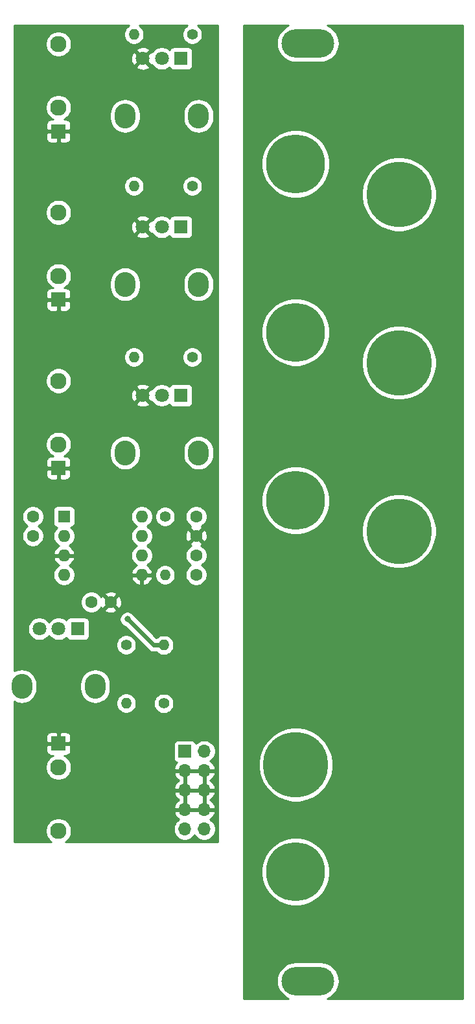
<source format=gbr>
G04 #@! TF.GenerationSoftware,KiCad,Pcbnew,(5.1.6-0-10_14)*
G04 #@! TF.CreationDate,2020-07-27T13:35:09+02:00*
G04 #@! TF.ProjectId,HelloWorld,48656c6c-6f57-46f7-926c-642e6b696361,rev?*
G04 #@! TF.SameCoordinates,Original*
G04 #@! TF.FileFunction,Copper,L2,Bot*
G04 #@! TF.FilePolarity,Positive*
%FSLAX46Y46*%
G04 Gerber Fmt 4.6, Leading zero omitted, Abs format (unit mm)*
G04 Created by KiCad (PCBNEW (5.1.6-0-10_14)) date 2020-07-27 13:35:09*
%MOMM*%
%LPD*%
G01*
G04 APERTURE LIST*
G04 #@! TA.AperFunction,ComponentPad*
%ADD10C,8.500000*%
G04 #@! TD*
G04 #@! TA.AperFunction,ComponentPad*
%ADD11C,7.700000*%
G04 #@! TD*
G04 #@! TA.AperFunction,ComponentPad*
%ADD12O,6.900000X3.700000*%
G04 #@! TD*
G04 #@! TA.AperFunction,ComponentPad*
%ADD13O,1.600000X1.600000*%
G04 #@! TD*
G04 #@! TA.AperFunction,ComponentPad*
%ADD14R,1.600000X1.600000*%
G04 #@! TD*
G04 #@! TA.AperFunction,ComponentPad*
%ADD15C,1.600000*%
G04 #@! TD*
G04 #@! TA.AperFunction,ComponentPad*
%ADD16C,2.130000*%
G04 #@! TD*
G04 #@! TA.AperFunction,ComponentPad*
%ADD17R,1.930000X1.830000*%
G04 #@! TD*
G04 #@! TA.AperFunction,ComponentPad*
%ADD18O,1.700000X1.700000*%
G04 #@! TD*
G04 #@! TA.AperFunction,ComponentPad*
%ADD19R,1.700000X1.700000*%
G04 #@! TD*
G04 #@! TA.AperFunction,ComponentPad*
%ADD20O,1.400000X1.400000*%
G04 #@! TD*
G04 #@! TA.AperFunction,ComponentPad*
%ADD21C,1.400000*%
G04 #@! TD*
G04 #@! TA.AperFunction,ComponentPad*
%ADD22O,2.720000X3.240000*%
G04 #@! TD*
G04 #@! TA.AperFunction,ComponentPad*
%ADD23C,1.800000*%
G04 #@! TD*
G04 #@! TA.AperFunction,ComponentPad*
%ADD24R,1.800000X1.800000*%
G04 #@! TD*
G04 #@! TA.AperFunction,ViaPad*
%ADD25C,0.800000*%
G04 #@! TD*
G04 #@! TA.AperFunction,Conductor*
%ADD26C,0.600000*%
G04 #@! TD*
G04 #@! TA.AperFunction,Conductor*
%ADD27C,0.254000*%
G04 #@! TD*
G04 #@! TA.AperFunction,NonConductor*
%ADD28C,0.254000*%
G04 #@! TD*
G04 APERTURE END LIST*
D10*
X107500000Y-117250000D03*
D11*
X107500000Y-131250000D03*
X107500000Y-82750000D03*
X107500000Y-60750000D03*
X107500000Y-38750000D03*
D10*
X121000000Y-86750000D03*
X121000000Y-64750000D03*
X121000000Y-42750000D03*
D12*
X109100000Y-23000000D03*
X109100000Y-145500000D03*
D13*
X87376000Y-84836000D03*
X77216000Y-92456000D03*
X87376000Y-87376000D03*
X77216000Y-89916000D03*
X87376000Y-89916000D03*
X77216000Y-87376000D03*
X87376000Y-92456000D03*
D14*
X77216000Y-84836000D03*
D15*
X94488000Y-87336000D03*
X94488000Y-84836000D03*
X80812000Y-96012000D03*
X83312000Y-96012000D03*
X73152000Y-87336000D03*
X73152000Y-84836000D03*
X94488000Y-92416000D03*
X94488000Y-89916000D03*
D16*
X76500000Y-23100000D03*
D17*
X76500000Y-34500000D03*
D16*
X76500000Y-31400000D03*
X76500000Y-45100000D03*
D17*
X76500000Y-56500000D03*
D16*
X76500000Y-53400000D03*
X76500000Y-67100000D03*
D17*
X76500000Y-78500000D03*
D16*
X76500000Y-75400000D03*
D18*
X95540000Y-125660000D03*
X93000000Y-125660000D03*
X95540000Y-123120000D03*
X93000000Y-123120000D03*
X95540000Y-120580000D03*
X93000000Y-120580000D03*
X95540000Y-118040000D03*
X93000000Y-118040000D03*
X95540000Y-115500000D03*
D19*
X93000000Y-115500000D03*
D16*
X76500000Y-125900000D03*
D17*
X76500000Y-114500000D03*
D16*
X76500000Y-117600000D03*
D20*
X86360000Y-21844000D03*
D21*
X93980000Y-21844000D03*
D20*
X86360000Y-41656000D03*
D21*
X93980000Y-41656000D03*
D20*
X86360000Y-64008000D03*
D21*
X93980000Y-64008000D03*
D20*
X85344000Y-109220000D03*
D21*
X85344000Y-101600000D03*
D20*
X90424000Y-92456000D03*
D21*
X90424000Y-84836000D03*
D20*
X90250000Y-101630000D03*
D21*
X90250000Y-109250000D03*
D22*
X94800000Y-32500000D03*
X85200000Y-32500000D03*
D23*
X87500000Y-25000000D03*
X90000000Y-25000000D03*
D24*
X92500000Y-25000000D03*
D22*
X94800000Y-54500000D03*
X85200000Y-54500000D03*
D23*
X87500000Y-47000000D03*
X90000000Y-47000000D03*
D24*
X92500000Y-47000000D03*
D22*
X94800000Y-76500000D03*
X85200000Y-76500000D03*
D23*
X87500000Y-69000000D03*
X90000000Y-69000000D03*
D24*
X92500000Y-69000000D03*
D22*
X81300000Y-107000000D03*
X71700000Y-107000000D03*
D23*
X74000000Y-99500000D03*
X76500000Y-99500000D03*
D24*
X79000000Y-99500000D03*
D25*
X85500000Y-98250000D03*
D26*
X85550000Y-98250000D02*
X85500000Y-98250000D01*
X88930000Y-101630000D02*
X85550000Y-98250000D01*
X90250000Y-101630000D02*
X88930000Y-101630000D01*
D27*
G36*
X85508987Y-20807038D02*
G01*
X85323038Y-20992987D01*
X85176939Y-21211641D01*
X85076304Y-21454595D01*
X85025000Y-21712514D01*
X85025000Y-21975486D01*
X85076304Y-22233405D01*
X85176939Y-22476359D01*
X85323038Y-22695013D01*
X85508987Y-22880962D01*
X85727641Y-23027061D01*
X85970595Y-23127696D01*
X86228514Y-23179000D01*
X86491486Y-23179000D01*
X86749405Y-23127696D01*
X86992359Y-23027061D01*
X87211013Y-22880962D01*
X87396962Y-22695013D01*
X87543061Y-22476359D01*
X87643696Y-22233405D01*
X87695000Y-21975486D01*
X87695000Y-21712514D01*
X87643696Y-21454595D01*
X87543061Y-21211641D01*
X87396962Y-20992987D01*
X87211013Y-20807038D01*
X87028369Y-20685000D01*
X93311631Y-20685000D01*
X93128987Y-20807038D01*
X92943038Y-20992987D01*
X92796939Y-21211641D01*
X92696304Y-21454595D01*
X92645000Y-21712514D01*
X92645000Y-21975486D01*
X92696304Y-22233405D01*
X92796939Y-22476359D01*
X92943038Y-22695013D01*
X93128987Y-22880962D01*
X93347641Y-23027061D01*
X93590595Y-23127696D01*
X93848514Y-23179000D01*
X94111486Y-23179000D01*
X94369405Y-23127696D01*
X94612359Y-23027061D01*
X94831013Y-22880962D01*
X95016962Y-22695013D01*
X95163061Y-22476359D01*
X95263696Y-22233405D01*
X95315000Y-21975486D01*
X95315000Y-21712514D01*
X95263696Y-21454595D01*
X95163061Y-21211641D01*
X95016962Y-20992987D01*
X94831013Y-20807038D01*
X94648369Y-20685000D01*
X97315001Y-20685000D01*
X97315000Y-127315000D01*
X77442223Y-127315000D01*
X77583687Y-127220477D01*
X77820477Y-126983687D01*
X78006521Y-126705252D01*
X78134670Y-126395872D01*
X78200000Y-126067435D01*
X78200000Y-125732565D01*
X78156474Y-125513740D01*
X91515000Y-125513740D01*
X91515000Y-125806260D01*
X91572068Y-126093158D01*
X91684010Y-126363411D01*
X91846525Y-126606632D01*
X92053368Y-126813475D01*
X92296589Y-126975990D01*
X92566842Y-127087932D01*
X92853740Y-127145000D01*
X93146260Y-127145000D01*
X93433158Y-127087932D01*
X93703411Y-126975990D01*
X93946632Y-126813475D01*
X94153475Y-126606632D01*
X94270000Y-126432240D01*
X94386525Y-126606632D01*
X94593368Y-126813475D01*
X94836589Y-126975990D01*
X95106842Y-127087932D01*
X95393740Y-127145000D01*
X95686260Y-127145000D01*
X95973158Y-127087932D01*
X96243411Y-126975990D01*
X96486632Y-126813475D01*
X96693475Y-126606632D01*
X96855990Y-126363411D01*
X96967932Y-126093158D01*
X97025000Y-125806260D01*
X97025000Y-125513740D01*
X96967932Y-125226842D01*
X96855990Y-124956589D01*
X96693475Y-124713368D01*
X96486632Y-124506525D01*
X96304466Y-124384805D01*
X96421355Y-124315178D01*
X96637588Y-124120269D01*
X96811641Y-123886920D01*
X96936825Y-123624099D01*
X96981476Y-123476890D01*
X96860155Y-123247000D01*
X95667000Y-123247000D01*
X95667000Y-123267000D01*
X95413000Y-123267000D01*
X95413000Y-123247000D01*
X93127000Y-123247000D01*
X93127000Y-123267000D01*
X92873000Y-123267000D01*
X92873000Y-123247000D01*
X91679845Y-123247000D01*
X91558524Y-123476890D01*
X91603175Y-123624099D01*
X91728359Y-123886920D01*
X91902412Y-124120269D01*
X92118645Y-124315178D01*
X92235534Y-124384805D01*
X92053368Y-124506525D01*
X91846525Y-124713368D01*
X91684010Y-124956589D01*
X91572068Y-125226842D01*
X91515000Y-125513740D01*
X78156474Y-125513740D01*
X78134670Y-125404128D01*
X78006521Y-125094748D01*
X77820477Y-124816313D01*
X77583687Y-124579523D01*
X77305252Y-124393479D01*
X76995872Y-124265330D01*
X76667435Y-124200000D01*
X76332565Y-124200000D01*
X76004128Y-124265330D01*
X75694748Y-124393479D01*
X75416313Y-124579523D01*
X75179523Y-124816313D01*
X74993479Y-125094748D01*
X74865330Y-125404128D01*
X74800000Y-125732565D01*
X74800000Y-126067435D01*
X74865330Y-126395872D01*
X74993479Y-126705252D01*
X75179523Y-126983687D01*
X75416313Y-127220477D01*
X75557777Y-127315000D01*
X70685000Y-127315000D01*
X70685000Y-120936890D01*
X91558524Y-120936890D01*
X91603175Y-121084099D01*
X91728359Y-121346920D01*
X91902412Y-121580269D01*
X92118645Y-121775178D01*
X92244255Y-121850000D01*
X92118645Y-121924822D01*
X91902412Y-122119731D01*
X91728359Y-122353080D01*
X91603175Y-122615901D01*
X91558524Y-122763110D01*
X91679845Y-122993000D01*
X92873000Y-122993000D01*
X92873000Y-120707000D01*
X93127000Y-120707000D01*
X93127000Y-122993000D01*
X95413000Y-122993000D01*
X95413000Y-120707000D01*
X95667000Y-120707000D01*
X95667000Y-122993000D01*
X96860155Y-122993000D01*
X96981476Y-122763110D01*
X96936825Y-122615901D01*
X96811641Y-122353080D01*
X96637588Y-122119731D01*
X96421355Y-121924822D01*
X96295745Y-121850000D01*
X96421355Y-121775178D01*
X96637588Y-121580269D01*
X96811641Y-121346920D01*
X96936825Y-121084099D01*
X96981476Y-120936890D01*
X96860155Y-120707000D01*
X95667000Y-120707000D01*
X95413000Y-120707000D01*
X93127000Y-120707000D01*
X92873000Y-120707000D01*
X91679845Y-120707000D01*
X91558524Y-120936890D01*
X70685000Y-120936890D01*
X70685000Y-117432565D01*
X74800000Y-117432565D01*
X74800000Y-117767435D01*
X74865330Y-118095872D01*
X74993479Y-118405252D01*
X75179523Y-118683687D01*
X75416313Y-118920477D01*
X75694748Y-119106521D01*
X76004128Y-119234670D01*
X76332565Y-119300000D01*
X76667435Y-119300000D01*
X76995872Y-119234670D01*
X77305252Y-119106521D01*
X77583687Y-118920477D01*
X77820477Y-118683687D01*
X78006521Y-118405252D01*
X78009984Y-118396890D01*
X91558524Y-118396890D01*
X91603175Y-118544099D01*
X91728359Y-118806920D01*
X91902412Y-119040269D01*
X92118645Y-119235178D01*
X92244255Y-119310000D01*
X92118645Y-119384822D01*
X91902412Y-119579731D01*
X91728359Y-119813080D01*
X91603175Y-120075901D01*
X91558524Y-120223110D01*
X91679845Y-120453000D01*
X92873000Y-120453000D01*
X92873000Y-118167000D01*
X93127000Y-118167000D01*
X93127000Y-120453000D01*
X95413000Y-120453000D01*
X95413000Y-118167000D01*
X95667000Y-118167000D01*
X95667000Y-120453000D01*
X96860155Y-120453000D01*
X96981476Y-120223110D01*
X96936825Y-120075901D01*
X96811641Y-119813080D01*
X96637588Y-119579731D01*
X96421355Y-119384822D01*
X96295745Y-119310000D01*
X96421355Y-119235178D01*
X96637588Y-119040269D01*
X96811641Y-118806920D01*
X96936825Y-118544099D01*
X96981476Y-118396890D01*
X96860155Y-118167000D01*
X95667000Y-118167000D01*
X95413000Y-118167000D01*
X93127000Y-118167000D01*
X92873000Y-118167000D01*
X91679845Y-118167000D01*
X91558524Y-118396890D01*
X78009984Y-118396890D01*
X78134670Y-118095872D01*
X78200000Y-117767435D01*
X78200000Y-117432565D01*
X78134670Y-117104128D01*
X78006521Y-116794748D01*
X77820477Y-116516313D01*
X77583687Y-116279523D01*
X77305252Y-116093479D01*
X77204860Y-116051895D01*
X77465000Y-116053072D01*
X77589482Y-116040812D01*
X77709180Y-116004502D01*
X77819494Y-115945537D01*
X77916185Y-115866185D01*
X77995537Y-115769494D01*
X78054502Y-115659180D01*
X78090812Y-115539482D01*
X78103072Y-115415000D01*
X78100000Y-114785750D01*
X77964250Y-114650000D01*
X91511928Y-114650000D01*
X91511928Y-116350000D01*
X91524188Y-116474482D01*
X91560498Y-116594180D01*
X91619463Y-116704494D01*
X91698815Y-116801185D01*
X91795506Y-116880537D01*
X91905820Y-116939502D01*
X91986466Y-116963966D01*
X91902412Y-117039731D01*
X91728359Y-117273080D01*
X91603175Y-117535901D01*
X91558524Y-117683110D01*
X91679845Y-117913000D01*
X92873000Y-117913000D01*
X92873000Y-117893000D01*
X93127000Y-117893000D01*
X93127000Y-117913000D01*
X95413000Y-117913000D01*
X95413000Y-117893000D01*
X95667000Y-117893000D01*
X95667000Y-117913000D01*
X96860155Y-117913000D01*
X96981476Y-117683110D01*
X96936825Y-117535901D01*
X96811641Y-117273080D01*
X96637588Y-117039731D01*
X96421355Y-116844822D01*
X96304466Y-116775195D01*
X96486632Y-116653475D01*
X96693475Y-116446632D01*
X96855990Y-116203411D01*
X96967932Y-115933158D01*
X97025000Y-115646260D01*
X97025000Y-115353740D01*
X96967932Y-115066842D01*
X96855990Y-114796589D01*
X96693475Y-114553368D01*
X96486632Y-114346525D01*
X96243411Y-114184010D01*
X95973158Y-114072068D01*
X95686260Y-114015000D01*
X95393740Y-114015000D01*
X95106842Y-114072068D01*
X94836589Y-114184010D01*
X94593368Y-114346525D01*
X94461513Y-114478380D01*
X94439502Y-114405820D01*
X94380537Y-114295506D01*
X94301185Y-114198815D01*
X94204494Y-114119463D01*
X94094180Y-114060498D01*
X93974482Y-114024188D01*
X93850000Y-114011928D01*
X92150000Y-114011928D01*
X92025518Y-114024188D01*
X91905820Y-114060498D01*
X91795506Y-114119463D01*
X91698815Y-114198815D01*
X91619463Y-114295506D01*
X91560498Y-114405820D01*
X91524188Y-114525518D01*
X91511928Y-114650000D01*
X77964250Y-114650000D01*
X77941250Y-114627000D01*
X76627000Y-114627000D01*
X76627000Y-114647000D01*
X76373000Y-114647000D01*
X76373000Y-114627000D01*
X75058750Y-114627000D01*
X74900000Y-114785750D01*
X74896928Y-115415000D01*
X74909188Y-115539482D01*
X74945498Y-115659180D01*
X75004463Y-115769494D01*
X75083815Y-115866185D01*
X75180506Y-115945537D01*
X75290820Y-116004502D01*
X75410518Y-116040812D01*
X75535000Y-116053072D01*
X75795140Y-116051895D01*
X75694748Y-116093479D01*
X75416313Y-116279523D01*
X75179523Y-116516313D01*
X74993479Y-116794748D01*
X74865330Y-117104128D01*
X74800000Y-117432565D01*
X70685000Y-117432565D01*
X70685000Y-113585000D01*
X74896928Y-113585000D01*
X74900000Y-114214250D01*
X75058750Y-114373000D01*
X76373000Y-114373000D01*
X76373000Y-113108750D01*
X76627000Y-113108750D01*
X76627000Y-114373000D01*
X77941250Y-114373000D01*
X78100000Y-114214250D01*
X78103072Y-113585000D01*
X78090812Y-113460518D01*
X78054502Y-113340820D01*
X77995537Y-113230506D01*
X77916185Y-113133815D01*
X77819494Y-113054463D01*
X77709180Y-112995498D01*
X77589482Y-112959188D01*
X77465000Y-112946928D01*
X76785750Y-112950000D01*
X76627000Y-113108750D01*
X76373000Y-113108750D01*
X76214250Y-112950000D01*
X75535000Y-112946928D01*
X75410518Y-112959188D01*
X75290820Y-112995498D01*
X75180506Y-113054463D01*
X75083815Y-113133815D01*
X75004463Y-113230506D01*
X74945498Y-113340820D01*
X74909188Y-113460518D01*
X74896928Y-113585000D01*
X70685000Y-113585000D01*
X70685000Y-108979576D01*
X70932854Y-109112057D01*
X71308913Y-109226133D01*
X71700000Y-109264652D01*
X72091088Y-109226133D01*
X72467147Y-109112057D01*
X72813725Y-108926807D01*
X73117503Y-108677503D01*
X73366807Y-108373725D01*
X73552057Y-108027147D01*
X73666133Y-107651087D01*
X73695000Y-107357997D01*
X73695000Y-106642003D01*
X79305000Y-106642003D01*
X79305000Y-107357998D01*
X79333867Y-107651088D01*
X79447943Y-108027147D01*
X79633193Y-108373725D01*
X79882498Y-108677503D01*
X80186276Y-108926807D01*
X80532854Y-109112057D01*
X80908913Y-109226133D01*
X81300000Y-109264652D01*
X81691088Y-109226133D01*
X82067147Y-109112057D01*
X82111192Y-109088514D01*
X84009000Y-109088514D01*
X84009000Y-109351486D01*
X84060304Y-109609405D01*
X84160939Y-109852359D01*
X84307038Y-110071013D01*
X84492987Y-110256962D01*
X84711641Y-110403061D01*
X84954595Y-110503696D01*
X85212514Y-110555000D01*
X85475486Y-110555000D01*
X85733405Y-110503696D01*
X85976359Y-110403061D01*
X86195013Y-110256962D01*
X86380962Y-110071013D01*
X86527061Y-109852359D01*
X86627696Y-109609405D01*
X86679000Y-109351486D01*
X86679000Y-109118514D01*
X88915000Y-109118514D01*
X88915000Y-109381486D01*
X88966304Y-109639405D01*
X89066939Y-109882359D01*
X89213038Y-110101013D01*
X89398987Y-110286962D01*
X89617641Y-110433061D01*
X89860595Y-110533696D01*
X90118514Y-110585000D01*
X90381486Y-110585000D01*
X90639405Y-110533696D01*
X90882359Y-110433061D01*
X91101013Y-110286962D01*
X91286962Y-110101013D01*
X91433061Y-109882359D01*
X91533696Y-109639405D01*
X91585000Y-109381486D01*
X91585000Y-109118514D01*
X91533696Y-108860595D01*
X91433061Y-108617641D01*
X91286962Y-108398987D01*
X91101013Y-108213038D01*
X90882359Y-108066939D01*
X90639405Y-107966304D01*
X90381486Y-107915000D01*
X90118514Y-107915000D01*
X89860595Y-107966304D01*
X89617641Y-108066939D01*
X89398987Y-108213038D01*
X89213038Y-108398987D01*
X89066939Y-108617641D01*
X88966304Y-108860595D01*
X88915000Y-109118514D01*
X86679000Y-109118514D01*
X86679000Y-109088514D01*
X86627696Y-108830595D01*
X86527061Y-108587641D01*
X86380962Y-108368987D01*
X86195013Y-108183038D01*
X85976359Y-108036939D01*
X85733405Y-107936304D01*
X85475486Y-107885000D01*
X85212514Y-107885000D01*
X84954595Y-107936304D01*
X84711641Y-108036939D01*
X84492987Y-108183038D01*
X84307038Y-108368987D01*
X84160939Y-108587641D01*
X84060304Y-108830595D01*
X84009000Y-109088514D01*
X82111192Y-109088514D01*
X82413725Y-108926807D01*
X82717503Y-108677503D01*
X82966807Y-108373725D01*
X83152057Y-108027147D01*
X83266133Y-107651087D01*
X83295000Y-107357997D01*
X83295000Y-106642002D01*
X83266133Y-106348912D01*
X83152057Y-105972853D01*
X82966807Y-105626275D01*
X82717503Y-105322497D01*
X82413725Y-105073193D01*
X82067146Y-104887943D01*
X81691087Y-104773867D01*
X81300000Y-104735348D01*
X80908912Y-104773867D01*
X80532853Y-104887943D01*
X80186275Y-105073193D01*
X79882497Y-105322497D01*
X79633193Y-105626275D01*
X79447943Y-105972854D01*
X79333867Y-106348913D01*
X79305000Y-106642003D01*
X73695000Y-106642003D01*
X73695000Y-106642002D01*
X73666133Y-106348912D01*
X73552057Y-105972853D01*
X73366807Y-105626275D01*
X73117503Y-105322497D01*
X72813725Y-105073193D01*
X72467146Y-104887943D01*
X72091087Y-104773867D01*
X71700000Y-104735348D01*
X71308912Y-104773867D01*
X70932853Y-104887943D01*
X70685000Y-105020423D01*
X70685000Y-101468514D01*
X84009000Y-101468514D01*
X84009000Y-101731486D01*
X84060304Y-101989405D01*
X84160939Y-102232359D01*
X84307038Y-102451013D01*
X84492987Y-102636962D01*
X84711641Y-102783061D01*
X84954595Y-102883696D01*
X85212514Y-102935000D01*
X85475486Y-102935000D01*
X85733405Y-102883696D01*
X85976359Y-102783061D01*
X86195013Y-102636962D01*
X86380962Y-102451013D01*
X86527061Y-102232359D01*
X86627696Y-101989405D01*
X86679000Y-101731486D01*
X86679000Y-101468514D01*
X86627696Y-101210595D01*
X86527061Y-100967641D01*
X86380962Y-100748987D01*
X86195013Y-100563038D01*
X85976359Y-100416939D01*
X85733405Y-100316304D01*
X85475486Y-100265000D01*
X85212514Y-100265000D01*
X84954595Y-100316304D01*
X84711641Y-100416939D01*
X84492987Y-100563038D01*
X84307038Y-100748987D01*
X84160939Y-100967641D01*
X84060304Y-101210595D01*
X84009000Y-101468514D01*
X70685000Y-101468514D01*
X70685000Y-99348816D01*
X72465000Y-99348816D01*
X72465000Y-99651184D01*
X72523989Y-99947743D01*
X72639701Y-100227095D01*
X72807688Y-100478505D01*
X73021495Y-100692312D01*
X73272905Y-100860299D01*
X73552257Y-100976011D01*
X73848816Y-101035000D01*
X74151184Y-101035000D01*
X74447743Y-100976011D01*
X74727095Y-100860299D01*
X74978505Y-100692312D01*
X75192312Y-100478505D01*
X75250000Y-100392169D01*
X75307688Y-100478505D01*
X75521495Y-100692312D01*
X75772905Y-100860299D01*
X76052257Y-100976011D01*
X76348816Y-101035000D01*
X76651184Y-101035000D01*
X76947743Y-100976011D01*
X77227095Y-100860299D01*
X77478505Y-100692312D01*
X77516120Y-100654697D01*
X77569463Y-100754494D01*
X77648815Y-100851185D01*
X77745506Y-100930537D01*
X77855820Y-100989502D01*
X77975518Y-101025812D01*
X78100000Y-101038072D01*
X79900000Y-101038072D01*
X80024482Y-101025812D01*
X80144180Y-100989502D01*
X80254494Y-100930537D01*
X80351185Y-100851185D01*
X80430537Y-100754494D01*
X80489502Y-100644180D01*
X80525812Y-100524482D01*
X80538072Y-100400000D01*
X80538072Y-98600000D01*
X80525812Y-98475518D01*
X80489502Y-98355820D01*
X80430537Y-98245506D01*
X80351185Y-98148815D01*
X80350267Y-98148061D01*
X84465000Y-98148061D01*
X84465000Y-98351939D01*
X84504774Y-98551898D01*
X84582795Y-98740256D01*
X84696063Y-98909774D01*
X84840226Y-99053937D01*
X85009744Y-99167205D01*
X85198102Y-99245226D01*
X85229104Y-99251393D01*
X88236370Y-102258659D01*
X88265656Y-102294344D01*
X88408028Y-102411186D01*
X88570460Y-102498007D01*
X88746708Y-102551471D01*
X88930000Y-102569524D01*
X88975932Y-102565000D01*
X89297025Y-102565000D01*
X89398987Y-102666962D01*
X89617641Y-102813061D01*
X89860595Y-102913696D01*
X90118514Y-102965000D01*
X90381486Y-102965000D01*
X90639405Y-102913696D01*
X90882359Y-102813061D01*
X91101013Y-102666962D01*
X91286962Y-102481013D01*
X91433061Y-102262359D01*
X91533696Y-102019405D01*
X91585000Y-101761486D01*
X91585000Y-101498514D01*
X91533696Y-101240595D01*
X91433061Y-100997641D01*
X91286962Y-100778987D01*
X91101013Y-100593038D01*
X90882359Y-100446939D01*
X90639405Y-100346304D01*
X90381486Y-100295000D01*
X90118514Y-100295000D01*
X89860595Y-100346304D01*
X89617641Y-100446939D01*
X89398987Y-100593038D01*
X89307157Y-100684868D01*
X86442076Y-97819787D01*
X86417205Y-97759744D01*
X86303937Y-97590226D01*
X86159774Y-97446063D01*
X85990256Y-97332795D01*
X85801898Y-97254774D01*
X85601939Y-97215000D01*
X85398061Y-97215000D01*
X85198102Y-97254774D01*
X85009744Y-97332795D01*
X84840226Y-97446063D01*
X84696063Y-97590226D01*
X84582795Y-97759744D01*
X84504774Y-97948102D01*
X84465000Y-98148061D01*
X80350267Y-98148061D01*
X80254494Y-98069463D01*
X80144180Y-98010498D01*
X80024482Y-97974188D01*
X79900000Y-97961928D01*
X78100000Y-97961928D01*
X77975518Y-97974188D01*
X77855820Y-98010498D01*
X77745506Y-98069463D01*
X77648815Y-98148815D01*
X77569463Y-98245506D01*
X77516120Y-98345303D01*
X77478505Y-98307688D01*
X77227095Y-98139701D01*
X76947743Y-98023989D01*
X76651184Y-97965000D01*
X76348816Y-97965000D01*
X76052257Y-98023989D01*
X75772905Y-98139701D01*
X75521495Y-98307688D01*
X75307688Y-98521495D01*
X75250000Y-98607831D01*
X75192312Y-98521495D01*
X74978505Y-98307688D01*
X74727095Y-98139701D01*
X74447743Y-98023989D01*
X74151184Y-97965000D01*
X73848816Y-97965000D01*
X73552257Y-98023989D01*
X73272905Y-98139701D01*
X73021495Y-98307688D01*
X72807688Y-98521495D01*
X72639701Y-98772905D01*
X72523989Y-99052257D01*
X72465000Y-99348816D01*
X70685000Y-99348816D01*
X70685000Y-95870665D01*
X79377000Y-95870665D01*
X79377000Y-96153335D01*
X79432147Y-96430574D01*
X79540320Y-96691727D01*
X79697363Y-96926759D01*
X79897241Y-97126637D01*
X80132273Y-97283680D01*
X80393426Y-97391853D01*
X80670665Y-97447000D01*
X80953335Y-97447000D01*
X81230574Y-97391853D01*
X81491727Y-97283680D01*
X81726759Y-97126637D01*
X81848694Y-97004702D01*
X82498903Y-97004702D01*
X82570486Y-97248671D01*
X82825996Y-97369571D01*
X83100184Y-97438300D01*
X83382512Y-97452217D01*
X83662130Y-97410787D01*
X83928292Y-97315603D01*
X84053514Y-97248671D01*
X84125097Y-97004702D01*
X83312000Y-96191605D01*
X82498903Y-97004702D01*
X81848694Y-97004702D01*
X81926637Y-96926759D01*
X82060692Y-96726131D01*
X82075329Y-96753514D01*
X82319298Y-96825097D01*
X83132395Y-96012000D01*
X83491605Y-96012000D01*
X84304702Y-96825097D01*
X84548671Y-96753514D01*
X84669571Y-96498004D01*
X84738300Y-96223816D01*
X84752217Y-95941488D01*
X84710787Y-95661870D01*
X84615603Y-95395708D01*
X84548671Y-95270486D01*
X84304702Y-95198903D01*
X83491605Y-96012000D01*
X83132395Y-96012000D01*
X82319298Y-95198903D01*
X82075329Y-95270486D01*
X82061676Y-95299341D01*
X81926637Y-95097241D01*
X81848694Y-95019298D01*
X82498903Y-95019298D01*
X83312000Y-95832395D01*
X84125097Y-95019298D01*
X84053514Y-94775329D01*
X83798004Y-94654429D01*
X83523816Y-94585700D01*
X83241488Y-94571783D01*
X82961870Y-94613213D01*
X82695708Y-94708397D01*
X82570486Y-94775329D01*
X82498903Y-95019298D01*
X81848694Y-95019298D01*
X81726759Y-94897363D01*
X81491727Y-94740320D01*
X81230574Y-94632147D01*
X80953335Y-94577000D01*
X80670665Y-94577000D01*
X80393426Y-94632147D01*
X80132273Y-94740320D01*
X79897241Y-94897363D01*
X79697363Y-95097241D01*
X79540320Y-95332273D01*
X79432147Y-95593426D01*
X79377000Y-95870665D01*
X70685000Y-95870665D01*
X70685000Y-92314665D01*
X75781000Y-92314665D01*
X75781000Y-92597335D01*
X75836147Y-92874574D01*
X75944320Y-93135727D01*
X76101363Y-93370759D01*
X76301241Y-93570637D01*
X76536273Y-93727680D01*
X76797426Y-93835853D01*
X77074665Y-93891000D01*
X77357335Y-93891000D01*
X77634574Y-93835853D01*
X77895727Y-93727680D01*
X78130759Y-93570637D01*
X78330637Y-93370759D01*
X78487680Y-93135727D01*
X78595853Y-92874574D01*
X78609684Y-92805039D01*
X85984096Y-92805039D01*
X86024754Y-92939087D01*
X86144963Y-93193420D01*
X86312481Y-93419414D01*
X86520869Y-93608385D01*
X86762119Y-93753070D01*
X87026960Y-93847909D01*
X87249000Y-93726624D01*
X87249000Y-92583000D01*
X87503000Y-92583000D01*
X87503000Y-93726624D01*
X87725040Y-93847909D01*
X87989881Y-93753070D01*
X88231131Y-93608385D01*
X88439519Y-93419414D01*
X88607037Y-93193420D01*
X88727246Y-92939087D01*
X88767904Y-92805039D01*
X88645915Y-92583000D01*
X87503000Y-92583000D01*
X87249000Y-92583000D01*
X86106085Y-92583000D01*
X85984096Y-92805039D01*
X78609684Y-92805039D01*
X78651000Y-92597335D01*
X78651000Y-92314665D01*
X78595853Y-92037426D01*
X78487680Y-91776273D01*
X78330637Y-91541241D01*
X78130759Y-91341363D01*
X77895727Y-91184320D01*
X77885135Y-91179933D01*
X78071131Y-91068385D01*
X78279519Y-90879414D01*
X78447037Y-90653420D01*
X78567246Y-90399087D01*
X78607904Y-90265039D01*
X78485915Y-90043000D01*
X77343000Y-90043000D01*
X77343000Y-90063000D01*
X77089000Y-90063000D01*
X77089000Y-90043000D01*
X75946085Y-90043000D01*
X75824096Y-90265039D01*
X75864754Y-90399087D01*
X75984963Y-90653420D01*
X76152481Y-90879414D01*
X76360869Y-91068385D01*
X76546865Y-91179933D01*
X76536273Y-91184320D01*
X76301241Y-91341363D01*
X76101363Y-91541241D01*
X75944320Y-91776273D01*
X75836147Y-92037426D01*
X75781000Y-92314665D01*
X70685000Y-92314665D01*
X70685000Y-84694665D01*
X71717000Y-84694665D01*
X71717000Y-84977335D01*
X71772147Y-85254574D01*
X71880320Y-85515727D01*
X72037363Y-85750759D01*
X72237241Y-85950637D01*
X72439827Y-86086000D01*
X72237241Y-86221363D01*
X72037363Y-86421241D01*
X71880320Y-86656273D01*
X71772147Y-86917426D01*
X71717000Y-87194665D01*
X71717000Y-87477335D01*
X71772147Y-87754574D01*
X71880320Y-88015727D01*
X72037363Y-88250759D01*
X72237241Y-88450637D01*
X72472273Y-88607680D01*
X72733426Y-88715853D01*
X73010665Y-88771000D01*
X73293335Y-88771000D01*
X73570574Y-88715853D01*
X73831727Y-88607680D01*
X74066759Y-88450637D01*
X74266637Y-88250759D01*
X74423680Y-88015727D01*
X74531853Y-87754574D01*
X74587000Y-87477335D01*
X74587000Y-87194665D01*
X74531853Y-86917426D01*
X74423680Y-86656273D01*
X74266637Y-86421241D01*
X74066759Y-86221363D01*
X73864173Y-86086000D01*
X74066759Y-85950637D01*
X74266637Y-85750759D01*
X74423680Y-85515727D01*
X74531853Y-85254574D01*
X74587000Y-84977335D01*
X74587000Y-84694665D01*
X74531853Y-84417426D01*
X74423680Y-84156273D01*
X74343317Y-84036000D01*
X75777928Y-84036000D01*
X75777928Y-85636000D01*
X75790188Y-85760482D01*
X75826498Y-85880180D01*
X75885463Y-85990494D01*
X75964815Y-86087185D01*
X76061506Y-86166537D01*
X76171820Y-86225502D01*
X76291518Y-86261812D01*
X76299961Y-86262643D01*
X76101363Y-86461241D01*
X75944320Y-86696273D01*
X75836147Y-86957426D01*
X75781000Y-87234665D01*
X75781000Y-87517335D01*
X75836147Y-87794574D01*
X75944320Y-88055727D01*
X76101363Y-88290759D01*
X76301241Y-88490637D01*
X76536273Y-88647680D01*
X76546865Y-88652067D01*
X76360869Y-88763615D01*
X76152481Y-88952586D01*
X75984963Y-89178580D01*
X75864754Y-89432913D01*
X75824096Y-89566961D01*
X75946085Y-89789000D01*
X77089000Y-89789000D01*
X77089000Y-89769000D01*
X77343000Y-89769000D01*
X77343000Y-89789000D01*
X78485915Y-89789000D01*
X78607904Y-89566961D01*
X78567246Y-89432913D01*
X78447037Y-89178580D01*
X78279519Y-88952586D01*
X78071131Y-88763615D01*
X77885135Y-88652067D01*
X77895727Y-88647680D01*
X78130759Y-88490637D01*
X78330637Y-88290759D01*
X78487680Y-88055727D01*
X78595853Y-87794574D01*
X78651000Y-87517335D01*
X78651000Y-87234665D01*
X78595853Y-86957426D01*
X78487680Y-86696273D01*
X78330637Y-86461241D01*
X78132039Y-86262643D01*
X78140482Y-86261812D01*
X78260180Y-86225502D01*
X78370494Y-86166537D01*
X78467185Y-86087185D01*
X78546537Y-85990494D01*
X78605502Y-85880180D01*
X78641812Y-85760482D01*
X78654072Y-85636000D01*
X78654072Y-84694665D01*
X85941000Y-84694665D01*
X85941000Y-84977335D01*
X85996147Y-85254574D01*
X86104320Y-85515727D01*
X86261363Y-85750759D01*
X86461241Y-85950637D01*
X86693759Y-86106000D01*
X86461241Y-86261363D01*
X86261363Y-86461241D01*
X86104320Y-86696273D01*
X85996147Y-86957426D01*
X85941000Y-87234665D01*
X85941000Y-87517335D01*
X85996147Y-87794574D01*
X86104320Y-88055727D01*
X86261363Y-88290759D01*
X86461241Y-88490637D01*
X86693759Y-88646000D01*
X86461241Y-88801363D01*
X86261363Y-89001241D01*
X86104320Y-89236273D01*
X85996147Y-89497426D01*
X85941000Y-89774665D01*
X85941000Y-90057335D01*
X85996147Y-90334574D01*
X86104320Y-90595727D01*
X86261363Y-90830759D01*
X86461241Y-91030637D01*
X86696273Y-91187680D01*
X86706865Y-91192067D01*
X86520869Y-91303615D01*
X86312481Y-91492586D01*
X86144963Y-91718580D01*
X86024754Y-91972913D01*
X85984096Y-92106961D01*
X86106085Y-92329000D01*
X87249000Y-92329000D01*
X87249000Y-92309000D01*
X87503000Y-92309000D01*
X87503000Y-92329000D01*
X88645915Y-92329000D01*
X88648379Y-92324514D01*
X89089000Y-92324514D01*
X89089000Y-92587486D01*
X89140304Y-92845405D01*
X89240939Y-93088359D01*
X89387038Y-93307013D01*
X89572987Y-93492962D01*
X89791641Y-93639061D01*
X90034595Y-93739696D01*
X90292514Y-93791000D01*
X90555486Y-93791000D01*
X90813405Y-93739696D01*
X91056359Y-93639061D01*
X91275013Y-93492962D01*
X91460962Y-93307013D01*
X91607061Y-93088359D01*
X91707696Y-92845405D01*
X91759000Y-92587486D01*
X91759000Y-92324514D01*
X91707696Y-92066595D01*
X91607061Y-91823641D01*
X91460962Y-91604987D01*
X91275013Y-91419038D01*
X91056359Y-91272939D01*
X90813405Y-91172304D01*
X90555486Y-91121000D01*
X90292514Y-91121000D01*
X90034595Y-91172304D01*
X89791641Y-91272939D01*
X89572987Y-91419038D01*
X89387038Y-91604987D01*
X89240939Y-91823641D01*
X89140304Y-92066595D01*
X89089000Y-92324514D01*
X88648379Y-92324514D01*
X88767904Y-92106961D01*
X88727246Y-91972913D01*
X88607037Y-91718580D01*
X88439519Y-91492586D01*
X88231131Y-91303615D01*
X88045135Y-91192067D01*
X88055727Y-91187680D01*
X88290759Y-91030637D01*
X88490637Y-90830759D01*
X88647680Y-90595727D01*
X88755853Y-90334574D01*
X88811000Y-90057335D01*
X88811000Y-89774665D01*
X93053000Y-89774665D01*
X93053000Y-90057335D01*
X93108147Y-90334574D01*
X93216320Y-90595727D01*
X93373363Y-90830759D01*
X93573241Y-91030637D01*
X93775827Y-91166000D01*
X93573241Y-91301363D01*
X93373363Y-91501241D01*
X93216320Y-91736273D01*
X93108147Y-91997426D01*
X93053000Y-92274665D01*
X93053000Y-92557335D01*
X93108147Y-92834574D01*
X93216320Y-93095727D01*
X93373363Y-93330759D01*
X93573241Y-93530637D01*
X93808273Y-93687680D01*
X94069426Y-93795853D01*
X94346665Y-93851000D01*
X94629335Y-93851000D01*
X94906574Y-93795853D01*
X95167727Y-93687680D01*
X95402759Y-93530637D01*
X95602637Y-93330759D01*
X95759680Y-93095727D01*
X95867853Y-92834574D01*
X95923000Y-92557335D01*
X95923000Y-92274665D01*
X95867853Y-91997426D01*
X95759680Y-91736273D01*
X95602637Y-91501241D01*
X95402759Y-91301363D01*
X95200173Y-91166000D01*
X95402759Y-91030637D01*
X95602637Y-90830759D01*
X95759680Y-90595727D01*
X95867853Y-90334574D01*
X95923000Y-90057335D01*
X95923000Y-89774665D01*
X95867853Y-89497426D01*
X95759680Y-89236273D01*
X95602637Y-89001241D01*
X95402759Y-88801363D01*
X95167727Y-88644320D01*
X95127016Y-88627457D01*
X95229514Y-88572671D01*
X95301097Y-88328702D01*
X94488000Y-87515605D01*
X93674903Y-88328702D01*
X93746486Y-88572671D01*
X93856069Y-88624522D01*
X93808273Y-88644320D01*
X93573241Y-88801363D01*
X93373363Y-89001241D01*
X93216320Y-89236273D01*
X93108147Y-89497426D01*
X93053000Y-89774665D01*
X88811000Y-89774665D01*
X88755853Y-89497426D01*
X88647680Y-89236273D01*
X88490637Y-89001241D01*
X88290759Y-88801363D01*
X88058241Y-88646000D01*
X88290759Y-88490637D01*
X88490637Y-88290759D01*
X88647680Y-88055727D01*
X88755853Y-87794574D01*
X88811000Y-87517335D01*
X88811000Y-87406512D01*
X93047783Y-87406512D01*
X93089213Y-87686130D01*
X93184397Y-87952292D01*
X93251329Y-88077514D01*
X93495298Y-88149097D01*
X94308395Y-87336000D01*
X94667605Y-87336000D01*
X95480702Y-88149097D01*
X95724671Y-88077514D01*
X95845571Y-87822004D01*
X95914300Y-87547816D01*
X95928217Y-87265488D01*
X95886787Y-86985870D01*
X95791603Y-86719708D01*
X95724671Y-86594486D01*
X95480702Y-86522903D01*
X94667605Y-87336000D01*
X94308395Y-87336000D01*
X93495298Y-86522903D01*
X93251329Y-86594486D01*
X93130429Y-86849996D01*
X93061700Y-87124184D01*
X93047783Y-87406512D01*
X88811000Y-87406512D01*
X88811000Y-87234665D01*
X88755853Y-86957426D01*
X88647680Y-86696273D01*
X88490637Y-86461241D01*
X88290759Y-86261363D01*
X88058241Y-86106000D01*
X88290759Y-85950637D01*
X88490637Y-85750759D01*
X88647680Y-85515727D01*
X88755853Y-85254574D01*
X88811000Y-84977335D01*
X88811000Y-84704514D01*
X89089000Y-84704514D01*
X89089000Y-84967486D01*
X89140304Y-85225405D01*
X89240939Y-85468359D01*
X89387038Y-85687013D01*
X89572987Y-85872962D01*
X89791641Y-86019061D01*
X90034595Y-86119696D01*
X90292514Y-86171000D01*
X90555486Y-86171000D01*
X90813405Y-86119696D01*
X91056359Y-86019061D01*
X91275013Y-85872962D01*
X91460962Y-85687013D01*
X91607061Y-85468359D01*
X91707696Y-85225405D01*
X91759000Y-84967486D01*
X91759000Y-84704514D01*
X91757041Y-84694665D01*
X93053000Y-84694665D01*
X93053000Y-84977335D01*
X93108147Y-85254574D01*
X93216320Y-85515727D01*
X93373363Y-85750759D01*
X93573241Y-85950637D01*
X93773869Y-86084692D01*
X93746486Y-86099329D01*
X93674903Y-86343298D01*
X94488000Y-87156395D01*
X95301097Y-86343298D01*
X95229514Y-86099329D01*
X95200659Y-86085676D01*
X95402759Y-85950637D01*
X95602637Y-85750759D01*
X95759680Y-85515727D01*
X95867853Y-85254574D01*
X95923000Y-84977335D01*
X95923000Y-84694665D01*
X95867853Y-84417426D01*
X95759680Y-84156273D01*
X95602637Y-83921241D01*
X95402759Y-83721363D01*
X95167727Y-83564320D01*
X94906574Y-83456147D01*
X94629335Y-83401000D01*
X94346665Y-83401000D01*
X94069426Y-83456147D01*
X93808273Y-83564320D01*
X93573241Y-83721363D01*
X93373363Y-83921241D01*
X93216320Y-84156273D01*
X93108147Y-84417426D01*
X93053000Y-84694665D01*
X91757041Y-84694665D01*
X91707696Y-84446595D01*
X91607061Y-84203641D01*
X91460962Y-83984987D01*
X91275013Y-83799038D01*
X91056359Y-83652939D01*
X90813405Y-83552304D01*
X90555486Y-83501000D01*
X90292514Y-83501000D01*
X90034595Y-83552304D01*
X89791641Y-83652939D01*
X89572987Y-83799038D01*
X89387038Y-83984987D01*
X89240939Y-84203641D01*
X89140304Y-84446595D01*
X89089000Y-84704514D01*
X88811000Y-84704514D01*
X88811000Y-84694665D01*
X88755853Y-84417426D01*
X88647680Y-84156273D01*
X88490637Y-83921241D01*
X88290759Y-83721363D01*
X88055727Y-83564320D01*
X87794574Y-83456147D01*
X87517335Y-83401000D01*
X87234665Y-83401000D01*
X86957426Y-83456147D01*
X86696273Y-83564320D01*
X86461241Y-83721363D01*
X86261363Y-83921241D01*
X86104320Y-84156273D01*
X85996147Y-84417426D01*
X85941000Y-84694665D01*
X78654072Y-84694665D01*
X78654072Y-84036000D01*
X78641812Y-83911518D01*
X78605502Y-83791820D01*
X78546537Y-83681506D01*
X78467185Y-83584815D01*
X78370494Y-83505463D01*
X78260180Y-83446498D01*
X78140482Y-83410188D01*
X78016000Y-83397928D01*
X76416000Y-83397928D01*
X76291518Y-83410188D01*
X76171820Y-83446498D01*
X76061506Y-83505463D01*
X75964815Y-83584815D01*
X75885463Y-83681506D01*
X75826498Y-83791820D01*
X75790188Y-83911518D01*
X75777928Y-84036000D01*
X74343317Y-84036000D01*
X74266637Y-83921241D01*
X74066759Y-83721363D01*
X73831727Y-83564320D01*
X73570574Y-83456147D01*
X73293335Y-83401000D01*
X73010665Y-83401000D01*
X72733426Y-83456147D01*
X72472273Y-83564320D01*
X72237241Y-83721363D01*
X72037363Y-83921241D01*
X71880320Y-84156273D01*
X71772147Y-84417426D01*
X71717000Y-84694665D01*
X70685000Y-84694665D01*
X70685000Y-79415000D01*
X74896928Y-79415000D01*
X74909188Y-79539482D01*
X74945498Y-79659180D01*
X75004463Y-79769494D01*
X75083815Y-79866185D01*
X75180506Y-79945537D01*
X75290820Y-80004502D01*
X75410518Y-80040812D01*
X75535000Y-80053072D01*
X76214250Y-80050000D01*
X76373000Y-79891250D01*
X76373000Y-78627000D01*
X76627000Y-78627000D01*
X76627000Y-79891250D01*
X76785750Y-80050000D01*
X77465000Y-80053072D01*
X77589482Y-80040812D01*
X77709180Y-80004502D01*
X77819494Y-79945537D01*
X77916185Y-79866185D01*
X77995537Y-79769494D01*
X78054502Y-79659180D01*
X78090812Y-79539482D01*
X78103072Y-79415000D01*
X78100000Y-78785750D01*
X77941250Y-78627000D01*
X76627000Y-78627000D01*
X76373000Y-78627000D01*
X75058750Y-78627000D01*
X74900000Y-78785750D01*
X74896928Y-79415000D01*
X70685000Y-79415000D01*
X70685000Y-75232565D01*
X74800000Y-75232565D01*
X74800000Y-75567435D01*
X74865330Y-75895872D01*
X74993479Y-76205252D01*
X75179523Y-76483687D01*
X75416313Y-76720477D01*
X75694748Y-76906521D01*
X75795140Y-76948105D01*
X75535000Y-76946928D01*
X75410518Y-76959188D01*
X75290820Y-76995498D01*
X75180506Y-77054463D01*
X75083815Y-77133815D01*
X75004463Y-77230506D01*
X74945498Y-77340820D01*
X74909188Y-77460518D01*
X74896928Y-77585000D01*
X74900000Y-78214250D01*
X75058750Y-78373000D01*
X76373000Y-78373000D01*
X76373000Y-78353000D01*
X76627000Y-78353000D01*
X76627000Y-78373000D01*
X77941250Y-78373000D01*
X78100000Y-78214250D01*
X78103072Y-77585000D01*
X78090812Y-77460518D01*
X78054502Y-77340820D01*
X77995537Y-77230506D01*
X77916185Y-77133815D01*
X77819494Y-77054463D01*
X77709180Y-76995498D01*
X77589482Y-76959188D01*
X77465000Y-76946928D01*
X77204860Y-76948105D01*
X77305252Y-76906521D01*
X77583687Y-76720477D01*
X77820477Y-76483687D01*
X78006521Y-76205252D01*
X78032719Y-76142003D01*
X83205000Y-76142003D01*
X83205000Y-76857998D01*
X83233867Y-77151088D01*
X83347943Y-77527147D01*
X83533193Y-77873725D01*
X83782498Y-78177503D01*
X84086276Y-78426807D01*
X84432854Y-78612057D01*
X84808913Y-78726133D01*
X85200000Y-78764652D01*
X85591088Y-78726133D01*
X85967147Y-78612057D01*
X86313725Y-78426807D01*
X86617503Y-78177503D01*
X86866807Y-77873725D01*
X87052057Y-77527147D01*
X87166133Y-77151087D01*
X87195000Y-76857997D01*
X87195000Y-76142003D01*
X92805000Y-76142003D01*
X92805000Y-76857998D01*
X92833867Y-77151088D01*
X92947943Y-77527147D01*
X93133193Y-77873725D01*
X93382498Y-78177503D01*
X93686276Y-78426807D01*
X94032854Y-78612057D01*
X94408913Y-78726133D01*
X94800000Y-78764652D01*
X95191088Y-78726133D01*
X95567147Y-78612057D01*
X95913725Y-78426807D01*
X96217503Y-78177503D01*
X96466807Y-77873725D01*
X96652057Y-77527147D01*
X96766133Y-77151087D01*
X96795000Y-76857997D01*
X96795000Y-76142002D01*
X96766133Y-75848912D01*
X96652057Y-75472853D01*
X96466807Y-75126275D01*
X96217503Y-74822497D01*
X95913725Y-74573193D01*
X95567146Y-74387943D01*
X95191087Y-74273867D01*
X94800000Y-74235348D01*
X94408912Y-74273867D01*
X94032853Y-74387943D01*
X93686275Y-74573193D01*
X93382497Y-74822497D01*
X93133193Y-75126275D01*
X92947943Y-75472854D01*
X92833867Y-75848913D01*
X92805000Y-76142003D01*
X87195000Y-76142003D01*
X87195000Y-76142002D01*
X87166133Y-75848912D01*
X87052057Y-75472853D01*
X86866807Y-75126275D01*
X86617503Y-74822497D01*
X86313725Y-74573193D01*
X85967146Y-74387943D01*
X85591087Y-74273867D01*
X85200000Y-74235348D01*
X84808912Y-74273867D01*
X84432853Y-74387943D01*
X84086275Y-74573193D01*
X83782497Y-74822497D01*
X83533193Y-75126275D01*
X83347943Y-75472854D01*
X83233867Y-75848913D01*
X83205000Y-76142003D01*
X78032719Y-76142003D01*
X78134670Y-75895872D01*
X78200000Y-75567435D01*
X78200000Y-75232565D01*
X78134670Y-74904128D01*
X78006521Y-74594748D01*
X77820477Y-74316313D01*
X77583687Y-74079523D01*
X77305252Y-73893479D01*
X76995872Y-73765330D01*
X76667435Y-73700000D01*
X76332565Y-73700000D01*
X76004128Y-73765330D01*
X75694748Y-73893479D01*
X75416313Y-74079523D01*
X75179523Y-74316313D01*
X74993479Y-74594748D01*
X74865330Y-74904128D01*
X74800000Y-75232565D01*
X70685000Y-75232565D01*
X70685000Y-70064080D01*
X86615525Y-70064080D01*
X86699208Y-70318261D01*
X86971775Y-70449158D01*
X87264642Y-70524365D01*
X87566553Y-70540991D01*
X87865907Y-70498397D01*
X88151199Y-70398222D01*
X88300792Y-70318261D01*
X88384475Y-70064080D01*
X87500000Y-69179605D01*
X86615525Y-70064080D01*
X70685000Y-70064080D01*
X70685000Y-69066553D01*
X85959009Y-69066553D01*
X86001603Y-69365907D01*
X86101778Y-69651199D01*
X86181739Y-69800792D01*
X86435920Y-69884475D01*
X87320395Y-69000000D01*
X87679605Y-69000000D01*
X88564080Y-69884475D01*
X88712262Y-69835690D01*
X88807688Y-69978505D01*
X89021495Y-70192312D01*
X89272905Y-70360299D01*
X89552257Y-70476011D01*
X89848816Y-70535000D01*
X90151184Y-70535000D01*
X90447743Y-70476011D01*
X90727095Y-70360299D01*
X90978505Y-70192312D01*
X91016120Y-70154697D01*
X91069463Y-70254494D01*
X91148815Y-70351185D01*
X91245506Y-70430537D01*
X91355820Y-70489502D01*
X91475518Y-70525812D01*
X91600000Y-70538072D01*
X93400000Y-70538072D01*
X93524482Y-70525812D01*
X93644180Y-70489502D01*
X93754494Y-70430537D01*
X93851185Y-70351185D01*
X93930537Y-70254494D01*
X93989502Y-70144180D01*
X94025812Y-70024482D01*
X94038072Y-69900000D01*
X94038072Y-68100000D01*
X94025812Y-67975518D01*
X93989502Y-67855820D01*
X93930537Y-67745506D01*
X93851185Y-67648815D01*
X93754494Y-67569463D01*
X93644180Y-67510498D01*
X93524482Y-67474188D01*
X93400000Y-67461928D01*
X91600000Y-67461928D01*
X91475518Y-67474188D01*
X91355820Y-67510498D01*
X91245506Y-67569463D01*
X91148815Y-67648815D01*
X91069463Y-67745506D01*
X91016120Y-67845303D01*
X90978505Y-67807688D01*
X90727095Y-67639701D01*
X90447743Y-67523989D01*
X90151184Y-67465000D01*
X89848816Y-67465000D01*
X89552257Y-67523989D01*
X89272905Y-67639701D01*
X89021495Y-67807688D01*
X88807688Y-68021495D01*
X88712262Y-68164310D01*
X88564080Y-68115525D01*
X87679605Y-69000000D01*
X87320395Y-69000000D01*
X86435920Y-68115525D01*
X86181739Y-68199208D01*
X86050842Y-68471775D01*
X85975635Y-68764642D01*
X85959009Y-69066553D01*
X70685000Y-69066553D01*
X70685000Y-66932565D01*
X74800000Y-66932565D01*
X74800000Y-67267435D01*
X74865330Y-67595872D01*
X74993479Y-67905252D01*
X75179523Y-68183687D01*
X75416313Y-68420477D01*
X75694748Y-68606521D01*
X76004128Y-68734670D01*
X76332565Y-68800000D01*
X76667435Y-68800000D01*
X76995872Y-68734670D01*
X77305252Y-68606521D01*
X77583687Y-68420477D01*
X77820477Y-68183687D01*
X77986029Y-67935920D01*
X86615525Y-67935920D01*
X87500000Y-68820395D01*
X88384475Y-67935920D01*
X88300792Y-67681739D01*
X88028225Y-67550842D01*
X87735358Y-67475635D01*
X87433447Y-67459009D01*
X87134093Y-67501603D01*
X86848801Y-67601778D01*
X86699208Y-67681739D01*
X86615525Y-67935920D01*
X77986029Y-67935920D01*
X78006521Y-67905252D01*
X78134670Y-67595872D01*
X78200000Y-67267435D01*
X78200000Y-66932565D01*
X78134670Y-66604128D01*
X78006521Y-66294748D01*
X77820477Y-66016313D01*
X77583687Y-65779523D01*
X77305252Y-65593479D01*
X76995872Y-65465330D01*
X76667435Y-65400000D01*
X76332565Y-65400000D01*
X76004128Y-65465330D01*
X75694748Y-65593479D01*
X75416313Y-65779523D01*
X75179523Y-66016313D01*
X74993479Y-66294748D01*
X74865330Y-66604128D01*
X74800000Y-66932565D01*
X70685000Y-66932565D01*
X70685000Y-63876514D01*
X85025000Y-63876514D01*
X85025000Y-64139486D01*
X85076304Y-64397405D01*
X85176939Y-64640359D01*
X85323038Y-64859013D01*
X85508987Y-65044962D01*
X85727641Y-65191061D01*
X85970595Y-65291696D01*
X86228514Y-65343000D01*
X86491486Y-65343000D01*
X86749405Y-65291696D01*
X86992359Y-65191061D01*
X87211013Y-65044962D01*
X87396962Y-64859013D01*
X87543061Y-64640359D01*
X87643696Y-64397405D01*
X87695000Y-64139486D01*
X87695000Y-63876514D01*
X92645000Y-63876514D01*
X92645000Y-64139486D01*
X92696304Y-64397405D01*
X92796939Y-64640359D01*
X92943038Y-64859013D01*
X93128987Y-65044962D01*
X93347641Y-65191061D01*
X93590595Y-65291696D01*
X93848514Y-65343000D01*
X94111486Y-65343000D01*
X94369405Y-65291696D01*
X94612359Y-65191061D01*
X94831013Y-65044962D01*
X95016962Y-64859013D01*
X95163061Y-64640359D01*
X95263696Y-64397405D01*
X95315000Y-64139486D01*
X95315000Y-63876514D01*
X95263696Y-63618595D01*
X95163061Y-63375641D01*
X95016962Y-63156987D01*
X94831013Y-62971038D01*
X94612359Y-62824939D01*
X94369405Y-62724304D01*
X94111486Y-62673000D01*
X93848514Y-62673000D01*
X93590595Y-62724304D01*
X93347641Y-62824939D01*
X93128987Y-62971038D01*
X92943038Y-63156987D01*
X92796939Y-63375641D01*
X92696304Y-63618595D01*
X92645000Y-63876514D01*
X87695000Y-63876514D01*
X87643696Y-63618595D01*
X87543061Y-63375641D01*
X87396962Y-63156987D01*
X87211013Y-62971038D01*
X86992359Y-62824939D01*
X86749405Y-62724304D01*
X86491486Y-62673000D01*
X86228514Y-62673000D01*
X85970595Y-62724304D01*
X85727641Y-62824939D01*
X85508987Y-62971038D01*
X85323038Y-63156987D01*
X85176939Y-63375641D01*
X85076304Y-63618595D01*
X85025000Y-63876514D01*
X70685000Y-63876514D01*
X70685000Y-57415000D01*
X74896928Y-57415000D01*
X74909188Y-57539482D01*
X74945498Y-57659180D01*
X75004463Y-57769494D01*
X75083815Y-57866185D01*
X75180506Y-57945537D01*
X75290820Y-58004502D01*
X75410518Y-58040812D01*
X75535000Y-58053072D01*
X76214250Y-58050000D01*
X76373000Y-57891250D01*
X76373000Y-56627000D01*
X76627000Y-56627000D01*
X76627000Y-57891250D01*
X76785750Y-58050000D01*
X77465000Y-58053072D01*
X77589482Y-58040812D01*
X77709180Y-58004502D01*
X77819494Y-57945537D01*
X77916185Y-57866185D01*
X77995537Y-57769494D01*
X78054502Y-57659180D01*
X78090812Y-57539482D01*
X78103072Y-57415000D01*
X78100000Y-56785750D01*
X77941250Y-56627000D01*
X76627000Y-56627000D01*
X76373000Y-56627000D01*
X75058750Y-56627000D01*
X74900000Y-56785750D01*
X74896928Y-57415000D01*
X70685000Y-57415000D01*
X70685000Y-53232565D01*
X74800000Y-53232565D01*
X74800000Y-53567435D01*
X74865330Y-53895872D01*
X74993479Y-54205252D01*
X75179523Y-54483687D01*
X75416313Y-54720477D01*
X75694748Y-54906521D01*
X75795140Y-54948105D01*
X75535000Y-54946928D01*
X75410518Y-54959188D01*
X75290820Y-54995498D01*
X75180506Y-55054463D01*
X75083815Y-55133815D01*
X75004463Y-55230506D01*
X74945498Y-55340820D01*
X74909188Y-55460518D01*
X74896928Y-55585000D01*
X74900000Y-56214250D01*
X75058750Y-56373000D01*
X76373000Y-56373000D01*
X76373000Y-56353000D01*
X76627000Y-56353000D01*
X76627000Y-56373000D01*
X77941250Y-56373000D01*
X78100000Y-56214250D01*
X78103072Y-55585000D01*
X78090812Y-55460518D01*
X78054502Y-55340820D01*
X77995537Y-55230506D01*
X77916185Y-55133815D01*
X77819494Y-55054463D01*
X77709180Y-54995498D01*
X77589482Y-54959188D01*
X77465000Y-54946928D01*
X77204860Y-54948105D01*
X77305252Y-54906521D01*
X77583687Y-54720477D01*
X77820477Y-54483687D01*
X78006521Y-54205252D01*
X78032719Y-54142003D01*
X83205000Y-54142003D01*
X83205000Y-54857998D01*
X83233867Y-55151088D01*
X83347943Y-55527147D01*
X83533193Y-55873725D01*
X83782498Y-56177503D01*
X84086276Y-56426807D01*
X84432854Y-56612057D01*
X84808913Y-56726133D01*
X85200000Y-56764652D01*
X85591088Y-56726133D01*
X85967147Y-56612057D01*
X86313725Y-56426807D01*
X86617503Y-56177503D01*
X86866807Y-55873725D01*
X87052057Y-55527147D01*
X87166133Y-55151087D01*
X87195000Y-54857997D01*
X87195000Y-54142003D01*
X92805000Y-54142003D01*
X92805000Y-54857998D01*
X92833867Y-55151088D01*
X92947943Y-55527147D01*
X93133193Y-55873725D01*
X93382498Y-56177503D01*
X93686276Y-56426807D01*
X94032854Y-56612057D01*
X94408913Y-56726133D01*
X94800000Y-56764652D01*
X95191088Y-56726133D01*
X95567147Y-56612057D01*
X95913725Y-56426807D01*
X96217503Y-56177503D01*
X96466807Y-55873725D01*
X96652057Y-55527147D01*
X96766133Y-55151087D01*
X96795000Y-54857997D01*
X96795000Y-54142002D01*
X96766133Y-53848912D01*
X96652057Y-53472853D01*
X96466807Y-53126275D01*
X96217503Y-52822497D01*
X95913725Y-52573193D01*
X95567146Y-52387943D01*
X95191087Y-52273867D01*
X94800000Y-52235348D01*
X94408912Y-52273867D01*
X94032853Y-52387943D01*
X93686275Y-52573193D01*
X93382497Y-52822497D01*
X93133193Y-53126275D01*
X92947943Y-53472854D01*
X92833867Y-53848913D01*
X92805000Y-54142003D01*
X87195000Y-54142003D01*
X87195000Y-54142002D01*
X87166133Y-53848912D01*
X87052057Y-53472853D01*
X86866807Y-53126275D01*
X86617503Y-52822497D01*
X86313725Y-52573193D01*
X85967146Y-52387943D01*
X85591087Y-52273867D01*
X85200000Y-52235348D01*
X84808912Y-52273867D01*
X84432853Y-52387943D01*
X84086275Y-52573193D01*
X83782497Y-52822497D01*
X83533193Y-53126275D01*
X83347943Y-53472854D01*
X83233867Y-53848913D01*
X83205000Y-54142003D01*
X78032719Y-54142003D01*
X78134670Y-53895872D01*
X78200000Y-53567435D01*
X78200000Y-53232565D01*
X78134670Y-52904128D01*
X78006521Y-52594748D01*
X77820477Y-52316313D01*
X77583687Y-52079523D01*
X77305252Y-51893479D01*
X76995872Y-51765330D01*
X76667435Y-51700000D01*
X76332565Y-51700000D01*
X76004128Y-51765330D01*
X75694748Y-51893479D01*
X75416313Y-52079523D01*
X75179523Y-52316313D01*
X74993479Y-52594748D01*
X74865330Y-52904128D01*
X74800000Y-53232565D01*
X70685000Y-53232565D01*
X70685000Y-48064080D01*
X86615525Y-48064080D01*
X86699208Y-48318261D01*
X86971775Y-48449158D01*
X87264642Y-48524365D01*
X87566553Y-48540991D01*
X87865907Y-48498397D01*
X88151199Y-48398222D01*
X88300792Y-48318261D01*
X88384475Y-48064080D01*
X87500000Y-47179605D01*
X86615525Y-48064080D01*
X70685000Y-48064080D01*
X70685000Y-47066553D01*
X85959009Y-47066553D01*
X86001603Y-47365907D01*
X86101778Y-47651199D01*
X86181739Y-47800792D01*
X86435920Y-47884475D01*
X87320395Y-47000000D01*
X87679605Y-47000000D01*
X88564080Y-47884475D01*
X88712262Y-47835690D01*
X88807688Y-47978505D01*
X89021495Y-48192312D01*
X89272905Y-48360299D01*
X89552257Y-48476011D01*
X89848816Y-48535000D01*
X90151184Y-48535000D01*
X90447743Y-48476011D01*
X90727095Y-48360299D01*
X90978505Y-48192312D01*
X91016120Y-48154697D01*
X91069463Y-48254494D01*
X91148815Y-48351185D01*
X91245506Y-48430537D01*
X91355820Y-48489502D01*
X91475518Y-48525812D01*
X91600000Y-48538072D01*
X93400000Y-48538072D01*
X93524482Y-48525812D01*
X93644180Y-48489502D01*
X93754494Y-48430537D01*
X93851185Y-48351185D01*
X93930537Y-48254494D01*
X93989502Y-48144180D01*
X94025812Y-48024482D01*
X94038072Y-47900000D01*
X94038072Y-46100000D01*
X94025812Y-45975518D01*
X93989502Y-45855820D01*
X93930537Y-45745506D01*
X93851185Y-45648815D01*
X93754494Y-45569463D01*
X93644180Y-45510498D01*
X93524482Y-45474188D01*
X93400000Y-45461928D01*
X91600000Y-45461928D01*
X91475518Y-45474188D01*
X91355820Y-45510498D01*
X91245506Y-45569463D01*
X91148815Y-45648815D01*
X91069463Y-45745506D01*
X91016120Y-45845303D01*
X90978505Y-45807688D01*
X90727095Y-45639701D01*
X90447743Y-45523989D01*
X90151184Y-45465000D01*
X89848816Y-45465000D01*
X89552257Y-45523989D01*
X89272905Y-45639701D01*
X89021495Y-45807688D01*
X88807688Y-46021495D01*
X88712262Y-46164310D01*
X88564080Y-46115525D01*
X87679605Y-47000000D01*
X87320395Y-47000000D01*
X86435920Y-46115525D01*
X86181739Y-46199208D01*
X86050842Y-46471775D01*
X85975635Y-46764642D01*
X85959009Y-47066553D01*
X70685000Y-47066553D01*
X70685000Y-44932565D01*
X74800000Y-44932565D01*
X74800000Y-45267435D01*
X74865330Y-45595872D01*
X74993479Y-45905252D01*
X75179523Y-46183687D01*
X75416313Y-46420477D01*
X75694748Y-46606521D01*
X76004128Y-46734670D01*
X76332565Y-46800000D01*
X76667435Y-46800000D01*
X76995872Y-46734670D01*
X77305252Y-46606521D01*
X77583687Y-46420477D01*
X77820477Y-46183687D01*
X77986029Y-45935920D01*
X86615525Y-45935920D01*
X87500000Y-46820395D01*
X88384475Y-45935920D01*
X88300792Y-45681739D01*
X88028225Y-45550842D01*
X87735358Y-45475635D01*
X87433447Y-45459009D01*
X87134093Y-45501603D01*
X86848801Y-45601778D01*
X86699208Y-45681739D01*
X86615525Y-45935920D01*
X77986029Y-45935920D01*
X78006521Y-45905252D01*
X78134670Y-45595872D01*
X78200000Y-45267435D01*
X78200000Y-44932565D01*
X78134670Y-44604128D01*
X78006521Y-44294748D01*
X77820477Y-44016313D01*
X77583687Y-43779523D01*
X77305252Y-43593479D01*
X76995872Y-43465330D01*
X76667435Y-43400000D01*
X76332565Y-43400000D01*
X76004128Y-43465330D01*
X75694748Y-43593479D01*
X75416313Y-43779523D01*
X75179523Y-44016313D01*
X74993479Y-44294748D01*
X74865330Y-44604128D01*
X74800000Y-44932565D01*
X70685000Y-44932565D01*
X70685000Y-41524514D01*
X85025000Y-41524514D01*
X85025000Y-41787486D01*
X85076304Y-42045405D01*
X85176939Y-42288359D01*
X85323038Y-42507013D01*
X85508987Y-42692962D01*
X85727641Y-42839061D01*
X85970595Y-42939696D01*
X86228514Y-42991000D01*
X86491486Y-42991000D01*
X86749405Y-42939696D01*
X86992359Y-42839061D01*
X87211013Y-42692962D01*
X87396962Y-42507013D01*
X87543061Y-42288359D01*
X87643696Y-42045405D01*
X87695000Y-41787486D01*
X87695000Y-41524514D01*
X92645000Y-41524514D01*
X92645000Y-41787486D01*
X92696304Y-42045405D01*
X92796939Y-42288359D01*
X92943038Y-42507013D01*
X93128987Y-42692962D01*
X93347641Y-42839061D01*
X93590595Y-42939696D01*
X93848514Y-42991000D01*
X94111486Y-42991000D01*
X94369405Y-42939696D01*
X94612359Y-42839061D01*
X94831013Y-42692962D01*
X95016962Y-42507013D01*
X95163061Y-42288359D01*
X95263696Y-42045405D01*
X95315000Y-41787486D01*
X95315000Y-41524514D01*
X95263696Y-41266595D01*
X95163061Y-41023641D01*
X95016962Y-40804987D01*
X94831013Y-40619038D01*
X94612359Y-40472939D01*
X94369405Y-40372304D01*
X94111486Y-40321000D01*
X93848514Y-40321000D01*
X93590595Y-40372304D01*
X93347641Y-40472939D01*
X93128987Y-40619038D01*
X92943038Y-40804987D01*
X92796939Y-41023641D01*
X92696304Y-41266595D01*
X92645000Y-41524514D01*
X87695000Y-41524514D01*
X87643696Y-41266595D01*
X87543061Y-41023641D01*
X87396962Y-40804987D01*
X87211013Y-40619038D01*
X86992359Y-40472939D01*
X86749405Y-40372304D01*
X86491486Y-40321000D01*
X86228514Y-40321000D01*
X85970595Y-40372304D01*
X85727641Y-40472939D01*
X85508987Y-40619038D01*
X85323038Y-40804987D01*
X85176939Y-41023641D01*
X85076304Y-41266595D01*
X85025000Y-41524514D01*
X70685000Y-41524514D01*
X70685000Y-35415000D01*
X74896928Y-35415000D01*
X74909188Y-35539482D01*
X74945498Y-35659180D01*
X75004463Y-35769494D01*
X75083815Y-35866185D01*
X75180506Y-35945537D01*
X75290820Y-36004502D01*
X75410518Y-36040812D01*
X75535000Y-36053072D01*
X76214250Y-36050000D01*
X76373000Y-35891250D01*
X76373000Y-34627000D01*
X76627000Y-34627000D01*
X76627000Y-35891250D01*
X76785750Y-36050000D01*
X77465000Y-36053072D01*
X77589482Y-36040812D01*
X77709180Y-36004502D01*
X77819494Y-35945537D01*
X77916185Y-35866185D01*
X77995537Y-35769494D01*
X78054502Y-35659180D01*
X78090812Y-35539482D01*
X78103072Y-35415000D01*
X78100000Y-34785750D01*
X77941250Y-34627000D01*
X76627000Y-34627000D01*
X76373000Y-34627000D01*
X75058750Y-34627000D01*
X74900000Y-34785750D01*
X74896928Y-35415000D01*
X70685000Y-35415000D01*
X70685000Y-31232565D01*
X74800000Y-31232565D01*
X74800000Y-31567435D01*
X74865330Y-31895872D01*
X74993479Y-32205252D01*
X75179523Y-32483687D01*
X75416313Y-32720477D01*
X75694748Y-32906521D01*
X75795140Y-32948105D01*
X75535000Y-32946928D01*
X75410518Y-32959188D01*
X75290820Y-32995498D01*
X75180506Y-33054463D01*
X75083815Y-33133815D01*
X75004463Y-33230506D01*
X74945498Y-33340820D01*
X74909188Y-33460518D01*
X74896928Y-33585000D01*
X74900000Y-34214250D01*
X75058750Y-34373000D01*
X76373000Y-34373000D01*
X76373000Y-34353000D01*
X76627000Y-34353000D01*
X76627000Y-34373000D01*
X77941250Y-34373000D01*
X78100000Y-34214250D01*
X78103072Y-33585000D01*
X78090812Y-33460518D01*
X78054502Y-33340820D01*
X77995537Y-33230506D01*
X77916185Y-33133815D01*
X77819494Y-33054463D01*
X77709180Y-32995498D01*
X77589482Y-32959188D01*
X77465000Y-32946928D01*
X77204860Y-32948105D01*
X77305252Y-32906521D01*
X77583687Y-32720477D01*
X77820477Y-32483687D01*
X78006521Y-32205252D01*
X78032719Y-32142003D01*
X83205000Y-32142003D01*
X83205000Y-32857998D01*
X83233867Y-33151088D01*
X83347943Y-33527147D01*
X83533193Y-33873725D01*
X83782498Y-34177503D01*
X84086276Y-34426807D01*
X84432854Y-34612057D01*
X84808913Y-34726133D01*
X85200000Y-34764652D01*
X85591088Y-34726133D01*
X85967147Y-34612057D01*
X86313725Y-34426807D01*
X86617503Y-34177503D01*
X86866807Y-33873725D01*
X87052057Y-33527147D01*
X87166133Y-33151087D01*
X87195000Y-32857997D01*
X87195000Y-32142003D01*
X92805000Y-32142003D01*
X92805000Y-32857998D01*
X92833867Y-33151088D01*
X92947943Y-33527147D01*
X93133193Y-33873725D01*
X93382498Y-34177503D01*
X93686276Y-34426807D01*
X94032854Y-34612057D01*
X94408913Y-34726133D01*
X94800000Y-34764652D01*
X95191088Y-34726133D01*
X95567147Y-34612057D01*
X95913725Y-34426807D01*
X96217503Y-34177503D01*
X96466807Y-33873725D01*
X96652057Y-33527147D01*
X96766133Y-33151087D01*
X96795000Y-32857997D01*
X96795000Y-32142002D01*
X96766133Y-31848912D01*
X96652057Y-31472853D01*
X96466807Y-31126275D01*
X96217503Y-30822497D01*
X95913725Y-30573193D01*
X95567146Y-30387943D01*
X95191087Y-30273867D01*
X94800000Y-30235348D01*
X94408912Y-30273867D01*
X94032853Y-30387943D01*
X93686275Y-30573193D01*
X93382497Y-30822497D01*
X93133193Y-31126275D01*
X92947943Y-31472854D01*
X92833867Y-31848913D01*
X92805000Y-32142003D01*
X87195000Y-32142003D01*
X87195000Y-32142002D01*
X87166133Y-31848912D01*
X87052057Y-31472853D01*
X86866807Y-31126275D01*
X86617503Y-30822497D01*
X86313725Y-30573193D01*
X85967146Y-30387943D01*
X85591087Y-30273867D01*
X85200000Y-30235348D01*
X84808912Y-30273867D01*
X84432853Y-30387943D01*
X84086275Y-30573193D01*
X83782497Y-30822497D01*
X83533193Y-31126275D01*
X83347943Y-31472854D01*
X83233867Y-31848913D01*
X83205000Y-32142003D01*
X78032719Y-32142003D01*
X78134670Y-31895872D01*
X78200000Y-31567435D01*
X78200000Y-31232565D01*
X78134670Y-30904128D01*
X78006521Y-30594748D01*
X77820477Y-30316313D01*
X77583687Y-30079523D01*
X77305252Y-29893479D01*
X76995872Y-29765330D01*
X76667435Y-29700000D01*
X76332565Y-29700000D01*
X76004128Y-29765330D01*
X75694748Y-29893479D01*
X75416313Y-30079523D01*
X75179523Y-30316313D01*
X74993479Y-30594748D01*
X74865330Y-30904128D01*
X74800000Y-31232565D01*
X70685000Y-31232565D01*
X70685000Y-26064080D01*
X86615525Y-26064080D01*
X86699208Y-26318261D01*
X86971775Y-26449158D01*
X87264642Y-26524365D01*
X87566553Y-26540991D01*
X87865907Y-26498397D01*
X88151199Y-26398222D01*
X88300792Y-26318261D01*
X88384475Y-26064080D01*
X87500000Y-25179605D01*
X86615525Y-26064080D01*
X70685000Y-26064080D01*
X70685000Y-25066553D01*
X85959009Y-25066553D01*
X86001603Y-25365907D01*
X86101778Y-25651199D01*
X86181739Y-25800792D01*
X86435920Y-25884475D01*
X87320395Y-25000000D01*
X87679605Y-25000000D01*
X88564080Y-25884475D01*
X88712262Y-25835690D01*
X88807688Y-25978505D01*
X89021495Y-26192312D01*
X89272905Y-26360299D01*
X89552257Y-26476011D01*
X89848816Y-26535000D01*
X90151184Y-26535000D01*
X90447743Y-26476011D01*
X90727095Y-26360299D01*
X90978505Y-26192312D01*
X91016120Y-26154697D01*
X91069463Y-26254494D01*
X91148815Y-26351185D01*
X91245506Y-26430537D01*
X91355820Y-26489502D01*
X91475518Y-26525812D01*
X91600000Y-26538072D01*
X93400000Y-26538072D01*
X93524482Y-26525812D01*
X93644180Y-26489502D01*
X93754494Y-26430537D01*
X93851185Y-26351185D01*
X93930537Y-26254494D01*
X93989502Y-26144180D01*
X94025812Y-26024482D01*
X94038072Y-25900000D01*
X94038072Y-24100000D01*
X94025812Y-23975518D01*
X93989502Y-23855820D01*
X93930537Y-23745506D01*
X93851185Y-23648815D01*
X93754494Y-23569463D01*
X93644180Y-23510498D01*
X93524482Y-23474188D01*
X93400000Y-23461928D01*
X91600000Y-23461928D01*
X91475518Y-23474188D01*
X91355820Y-23510498D01*
X91245506Y-23569463D01*
X91148815Y-23648815D01*
X91069463Y-23745506D01*
X91016120Y-23845303D01*
X90978505Y-23807688D01*
X90727095Y-23639701D01*
X90447743Y-23523989D01*
X90151184Y-23465000D01*
X89848816Y-23465000D01*
X89552257Y-23523989D01*
X89272905Y-23639701D01*
X89021495Y-23807688D01*
X88807688Y-24021495D01*
X88712262Y-24164310D01*
X88564080Y-24115525D01*
X87679605Y-25000000D01*
X87320395Y-25000000D01*
X86435920Y-24115525D01*
X86181739Y-24199208D01*
X86050842Y-24471775D01*
X85975635Y-24764642D01*
X85959009Y-25066553D01*
X70685000Y-25066553D01*
X70685000Y-22932565D01*
X74800000Y-22932565D01*
X74800000Y-23267435D01*
X74865330Y-23595872D01*
X74993479Y-23905252D01*
X75179523Y-24183687D01*
X75416313Y-24420477D01*
X75694748Y-24606521D01*
X76004128Y-24734670D01*
X76332565Y-24800000D01*
X76667435Y-24800000D01*
X76995872Y-24734670D01*
X77305252Y-24606521D01*
X77583687Y-24420477D01*
X77820477Y-24183687D01*
X77986029Y-23935920D01*
X86615525Y-23935920D01*
X87500000Y-24820395D01*
X88384475Y-23935920D01*
X88300792Y-23681739D01*
X88028225Y-23550842D01*
X87735358Y-23475635D01*
X87433447Y-23459009D01*
X87134093Y-23501603D01*
X86848801Y-23601778D01*
X86699208Y-23681739D01*
X86615525Y-23935920D01*
X77986029Y-23935920D01*
X78006521Y-23905252D01*
X78134670Y-23595872D01*
X78200000Y-23267435D01*
X78200000Y-22932565D01*
X78134670Y-22604128D01*
X78006521Y-22294748D01*
X77820477Y-22016313D01*
X77583687Y-21779523D01*
X77305252Y-21593479D01*
X76995872Y-21465330D01*
X76667435Y-21400000D01*
X76332565Y-21400000D01*
X76004128Y-21465330D01*
X75694748Y-21593479D01*
X75416313Y-21779523D01*
X75179523Y-22016313D01*
X74993479Y-22294748D01*
X74865330Y-22604128D01*
X74800000Y-22932565D01*
X70685000Y-22932565D01*
X70685000Y-20685000D01*
X85691631Y-20685000D01*
X85508987Y-20807038D01*
G37*
X85508987Y-20807038D02*
X85323038Y-20992987D01*
X85176939Y-21211641D01*
X85076304Y-21454595D01*
X85025000Y-21712514D01*
X85025000Y-21975486D01*
X85076304Y-22233405D01*
X85176939Y-22476359D01*
X85323038Y-22695013D01*
X85508987Y-22880962D01*
X85727641Y-23027061D01*
X85970595Y-23127696D01*
X86228514Y-23179000D01*
X86491486Y-23179000D01*
X86749405Y-23127696D01*
X86992359Y-23027061D01*
X87211013Y-22880962D01*
X87396962Y-22695013D01*
X87543061Y-22476359D01*
X87643696Y-22233405D01*
X87695000Y-21975486D01*
X87695000Y-21712514D01*
X87643696Y-21454595D01*
X87543061Y-21211641D01*
X87396962Y-20992987D01*
X87211013Y-20807038D01*
X87028369Y-20685000D01*
X93311631Y-20685000D01*
X93128987Y-20807038D01*
X92943038Y-20992987D01*
X92796939Y-21211641D01*
X92696304Y-21454595D01*
X92645000Y-21712514D01*
X92645000Y-21975486D01*
X92696304Y-22233405D01*
X92796939Y-22476359D01*
X92943038Y-22695013D01*
X93128987Y-22880962D01*
X93347641Y-23027061D01*
X93590595Y-23127696D01*
X93848514Y-23179000D01*
X94111486Y-23179000D01*
X94369405Y-23127696D01*
X94612359Y-23027061D01*
X94831013Y-22880962D01*
X95016962Y-22695013D01*
X95163061Y-22476359D01*
X95263696Y-22233405D01*
X95315000Y-21975486D01*
X95315000Y-21712514D01*
X95263696Y-21454595D01*
X95163061Y-21211641D01*
X95016962Y-20992987D01*
X94831013Y-20807038D01*
X94648369Y-20685000D01*
X97315001Y-20685000D01*
X97315000Y-127315000D01*
X77442223Y-127315000D01*
X77583687Y-127220477D01*
X77820477Y-126983687D01*
X78006521Y-126705252D01*
X78134670Y-126395872D01*
X78200000Y-126067435D01*
X78200000Y-125732565D01*
X78156474Y-125513740D01*
X91515000Y-125513740D01*
X91515000Y-125806260D01*
X91572068Y-126093158D01*
X91684010Y-126363411D01*
X91846525Y-126606632D01*
X92053368Y-126813475D01*
X92296589Y-126975990D01*
X92566842Y-127087932D01*
X92853740Y-127145000D01*
X93146260Y-127145000D01*
X93433158Y-127087932D01*
X93703411Y-126975990D01*
X93946632Y-126813475D01*
X94153475Y-126606632D01*
X94270000Y-126432240D01*
X94386525Y-126606632D01*
X94593368Y-126813475D01*
X94836589Y-126975990D01*
X95106842Y-127087932D01*
X95393740Y-127145000D01*
X95686260Y-127145000D01*
X95973158Y-127087932D01*
X96243411Y-126975990D01*
X96486632Y-126813475D01*
X96693475Y-126606632D01*
X96855990Y-126363411D01*
X96967932Y-126093158D01*
X97025000Y-125806260D01*
X97025000Y-125513740D01*
X96967932Y-125226842D01*
X96855990Y-124956589D01*
X96693475Y-124713368D01*
X96486632Y-124506525D01*
X96304466Y-124384805D01*
X96421355Y-124315178D01*
X96637588Y-124120269D01*
X96811641Y-123886920D01*
X96936825Y-123624099D01*
X96981476Y-123476890D01*
X96860155Y-123247000D01*
X95667000Y-123247000D01*
X95667000Y-123267000D01*
X95413000Y-123267000D01*
X95413000Y-123247000D01*
X93127000Y-123247000D01*
X93127000Y-123267000D01*
X92873000Y-123267000D01*
X92873000Y-123247000D01*
X91679845Y-123247000D01*
X91558524Y-123476890D01*
X91603175Y-123624099D01*
X91728359Y-123886920D01*
X91902412Y-124120269D01*
X92118645Y-124315178D01*
X92235534Y-124384805D01*
X92053368Y-124506525D01*
X91846525Y-124713368D01*
X91684010Y-124956589D01*
X91572068Y-125226842D01*
X91515000Y-125513740D01*
X78156474Y-125513740D01*
X78134670Y-125404128D01*
X78006521Y-125094748D01*
X77820477Y-124816313D01*
X77583687Y-124579523D01*
X77305252Y-124393479D01*
X76995872Y-124265330D01*
X76667435Y-124200000D01*
X76332565Y-124200000D01*
X76004128Y-124265330D01*
X75694748Y-124393479D01*
X75416313Y-124579523D01*
X75179523Y-124816313D01*
X74993479Y-125094748D01*
X74865330Y-125404128D01*
X74800000Y-125732565D01*
X74800000Y-126067435D01*
X74865330Y-126395872D01*
X74993479Y-126705252D01*
X75179523Y-126983687D01*
X75416313Y-127220477D01*
X75557777Y-127315000D01*
X70685000Y-127315000D01*
X70685000Y-120936890D01*
X91558524Y-120936890D01*
X91603175Y-121084099D01*
X91728359Y-121346920D01*
X91902412Y-121580269D01*
X92118645Y-121775178D01*
X92244255Y-121850000D01*
X92118645Y-121924822D01*
X91902412Y-122119731D01*
X91728359Y-122353080D01*
X91603175Y-122615901D01*
X91558524Y-122763110D01*
X91679845Y-122993000D01*
X92873000Y-122993000D01*
X92873000Y-120707000D01*
X93127000Y-120707000D01*
X93127000Y-122993000D01*
X95413000Y-122993000D01*
X95413000Y-120707000D01*
X95667000Y-120707000D01*
X95667000Y-122993000D01*
X96860155Y-122993000D01*
X96981476Y-122763110D01*
X96936825Y-122615901D01*
X96811641Y-122353080D01*
X96637588Y-122119731D01*
X96421355Y-121924822D01*
X96295745Y-121850000D01*
X96421355Y-121775178D01*
X96637588Y-121580269D01*
X96811641Y-121346920D01*
X96936825Y-121084099D01*
X96981476Y-120936890D01*
X96860155Y-120707000D01*
X95667000Y-120707000D01*
X95413000Y-120707000D01*
X93127000Y-120707000D01*
X92873000Y-120707000D01*
X91679845Y-120707000D01*
X91558524Y-120936890D01*
X70685000Y-120936890D01*
X70685000Y-117432565D01*
X74800000Y-117432565D01*
X74800000Y-117767435D01*
X74865330Y-118095872D01*
X74993479Y-118405252D01*
X75179523Y-118683687D01*
X75416313Y-118920477D01*
X75694748Y-119106521D01*
X76004128Y-119234670D01*
X76332565Y-119300000D01*
X76667435Y-119300000D01*
X76995872Y-119234670D01*
X77305252Y-119106521D01*
X77583687Y-118920477D01*
X77820477Y-118683687D01*
X78006521Y-118405252D01*
X78009984Y-118396890D01*
X91558524Y-118396890D01*
X91603175Y-118544099D01*
X91728359Y-118806920D01*
X91902412Y-119040269D01*
X92118645Y-119235178D01*
X92244255Y-119310000D01*
X92118645Y-119384822D01*
X91902412Y-119579731D01*
X91728359Y-119813080D01*
X91603175Y-120075901D01*
X91558524Y-120223110D01*
X91679845Y-120453000D01*
X92873000Y-120453000D01*
X92873000Y-118167000D01*
X93127000Y-118167000D01*
X93127000Y-120453000D01*
X95413000Y-120453000D01*
X95413000Y-118167000D01*
X95667000Y-118167000D01*
X95667000Y-120453000D01*
X96860155Y-120453000D01*
X96981476Y-120223110D01*
X96936825Y-120075901D01*
X96811641Y-119813080D01*
X96637588Y-119579731D01*
X96421355Y-119384822D01*
X96295745Y-119310000D01*
X96421355Y-119235178D01*
X96637588Y-119040269D01*
X96811641Y-118806920D01*
X96936825Y-118544099D01*
X96981476Y-118396890D01*
X96860155Y-118167000D01*
X95667000Y-118167000D01*
X95413000Y-118167000D01*
X93127000Y-118167000D01*
X92873000Y-118167000D01*
X91679845Y-118167000D01*
X91558524Y-118396890D01*
X78009984Y-118396890D01*
X78134670Y-118095872D01*
X78200000Y-117767435D01*
X78200000Y-117432565D01*
X78134670Y-117104128D01*
X78006521Y-116794748D01*
X77820477Y-116516313D01*
X77583687Y-116279523D01*
X77305252Y-116093479D01*
X77204860Y-116051895D01*
X77465000Y-116053072D01*
X77589482Y-116040812D01*
X77709180Y-116004502D01*
X77819494Y-115945537D01*
X77916185Y-115866185D01*
X77995537Y-115769494D01*
X78054502Y-115659180D01*
X78090812Y-115539482D01*
X78103072Y-115415000D01*
X78100000Y-114785750D01*
X77964250Y-114650000D01*
X91511928Y-114650000D01*
X91511928Y-116350000D01*
X91524188Y-116474482D01*
X91560498Y-116594180D01*
X91619463Y-116704494D01*
X91698815Y-116801185D01*
X91795506Y-116880537D01*
X91905820Y-116939502D01*
X91986466Y-116963966D01*
X91902412Y-117039731D01*
X91728359Y-117273080D01*
X91603175Y-117535901D01*
X91558524Y-117683110D01*
X91679845Y-117913000D01*
X92873000Y-117913000D01*
X92873000Y-117893000D01*
X93127000Y-117893000D01*
X93127000Y-117913000D01*
X95413000Y-117913000D01*
X95413000Y-117893000D01*
X95667000Y-117893000D01*
X95667000Y-117913000D01*
X96860155Y-117913000D01*
X96981476Y-117683110D01*
X96936825Y-117535901D01*
X96811641Y-117273080D01*
X96637588Y-117039731D01*
X96421355Y-116844822D01*
X96304466Y-116775195D01*
X96486632Y-116653475D01*
X96693475Y-116446632D01*
X96855990Y-116203411D01*
X96967932Y-115933158D01*
X97025000Y-115646260D01*
X97025000Y-115353740D01*
X96967932Y-115066842D01*
X96855990Y-114796589D01*
X96693475Y-114553368D01*
X96486632Y-114346525D01*
X96243411Y-114184010D01*
X95973158Y-114072068D01*
X95686260Y-114015000D01*
X95393740Y-114015000D01*
X95106842Y-114072068D01*
X94836589Y-114184010D01*
X94593368Y-114346525D01*
X94461513Y-114478380D01*
X94439502Y-114405820D01*
X94380537Y-114295506D01*
X94301185Y-114198815D01*
X94204494Y-114119463D01*
X94094180Y-114060498D01*
X93974482Y-114024188D01*
X93850000Y-114011928D01*
X92150000Y-114011928D01*
X92025518Y-114024188D01*
X91905820Y-114060498D01*
X91795506Y-114119463D01*
X91698815Y-114198815D01*
X91619463Y-114295506D01*
X91560498Y-114405820D01*
X91524188Y-114525518D01*
X91511928Y-114650000D01*
X77964250Y-114650000D01*
X77941250Y-114627000D01*
X76627000Y-114627000D01*
X76627000Y-114647000D01*
X76373000Y-114647000D01*
X76373000Y-114627000D01*
X75058750Y-114627000D01*
X74900000Y-114785750D01*
X74896928Y-115415000D01*
X74909188Y-115539482D01*
X74945498Y-115659180D01*
X75004463Y-115769494D01*
X75083815Y-115866185D01*
X75180506Y-115945537D01*
X75290820Y-116004502D01*
X75410518Y-116040812D01*
X75535000Y-116053072D01*
X75795140Y-116051895D01*
X75694748Y-116093479D01*
X75416313Y-116279523D01*
X75179523Y-116516313D01*
X74993479Y-116794748D01*
X74865330Y-117104128D01*
X74800000Y-117432565D01*
X70685000Y-117432565D01*
X70685000Y-113585000D01*
X74896928Y-113585000D01*
X74900000Y-114214250D01*
X75058750Y-114373000D01*
X76373000Y-114373000D01*
X76373000Y-113108750D01*
X76627000Y-113108750D01*
X76627000Y-114373000D01*
X77941250Y-114373000D01*
X78100000Y-114214250D01*
X78103072Y-113585000D01*
X78090812Y-113460518D01*
X78054502Y-113340820D01*
X77995537Y-113230506D01*
X77916185Y-113133815D01*
X77819494Y-113054463D01*
X77709180Y-112995498D01*
X77589482Y-112959188D01*
X77465000Y-112946928D01*
X76785750Y-112950000D01*
X76627000Y-113108750D01*
X76373000Y-113108750D01*
X76214250Y-112950000D01*
X75535000Y-112946928D01*
X75410518Y-112959188D01*
X75290820Y-112995498D01*
X75180506Y-113054463D01*
X75083815Y-113133815D01*
X75004463Y-113230506D01*
X74945498Y-113340820D01*
X74909188Y-113460518D01*
X74896928Y-113585000D01*
X70685000Y-113585000D01*
X70685000Y-108979576D01*
X70932854Y-109112057D01*
X71308913Y-109226133D01*
X71700000Y-109264652D01*
X72091088Y-109226133D01*
X72467147Y-109112057D01*
X72813725Y-108926807D01*
X73117503Y-108677503D01*
X73366807Y-108373725D01*
X73552057Y-108027147D01*
X73666133Y-107651087D01*
X73695000Y-107357997D01*
X73695000Y-106642003D01*
X79305000Y-106642003D01*
X79305000Y-107357998D01*
X79333867Y-107651088D01*
X79447943Y-108027147D01*
X79633193Y-108373725D01*
X79882498Y-108677503D01*
X80186276Y-108926807D01*
X80532854Y-109112057D01*
X80908913Y-109226133D01*
X81300000Y-109264652D01*
X81691088Y-109226133D01*
X82067147Y-109112057D01*
X82111192Y-109088514D01*
X84009000Y-109088514D01*
X84009000Y-109351486D01*
X84060304Y-109609405D01*
X84160939Y-109852359D01*
X84307038Y-110071013D01*
X84492987Y-110256962D01*
X84711641Y-110403061D01*
X84954595Y-110503696D01*
X85212514Y-110555000D01*
X85475486Y-110555000D01*
X85733405Y-110503696D01*
X85976359Y-110403061D01*
X86195013Y-110256962D01*
X86380962Y-110071013D01*
X86527061Y-109852359D01*
X86627696Y-109609405D01*
X86679000Y-109351486D01*
X86679000Y-109118514D01*
X88915000Y-109118514D01*
X88915000Y-109381486D01*
X88966304Y-109639405D01*
X89066939Y-109882359D01*
X89213038Y-110101013D01*
X89398987Y-110286962D01*
X89617641Y-110433061D01*
X89860595Y-110533696D01*
X90118514Y-110585000D01*
X90381486Y-110585000D01*
X90639405Y-110533696D01*
X90882359Y-110433061D01*
X91101013Y-110286962D01*
X91286962Y-110101013D01*
X91433061Y-109882359D01*
X91533696Y-109639405D01*
X91585000Y-109381486D01*
X91585000Y-109118514D01*
X91533696Y-108860595D01*
X91433061Y-108617641D01*
X91286962Y-108398987D01*
X91101013Y-108213038D01*
X90882359Y-108066939D01*
X90639405Y-107966304D01*
X90381486Y-107915000D01*
X90118514Y-107915000D01*
X89860595Y-107966304D01*
X89617641Y-108066939D01*
X89398987Y-108213038D01*
X89213038Y-108398987D01*
X89066939Y-108617641D01*
X88966304Y-108860595D01*
X88915000Y-109118514D01*
X86679000Y-109118514D01*
X86679000Y-109088514D01*
X86627696Y-108830595D01*
X86527061Y-108587641D01*
X86380962Y-108368987D01*
X86195013Y-108183038D01*
X85976359Y-108036939D01*
X85733405Y-107936304D01*
X85475486Y-107885000D01*
X85212514Y-107885000D01*
X84954595Y-107936304D01*
X84711641Y-108036939D01*
X84492987Y-108183038D01*
X84307038Y-108368987D01*
X84160939Y-108587641D01*
X84060304Y-108830595D01*
X84009000Y-109088514D01*
X82111192Y-109088514D01*
X82413725Y-108926807D01*
X82717503Y-108677503D01*
X82966807Y-108373725D01*
X83152057Y-108027147D01*
X83266133Y-107651087D01*
X83295000Y-107357997D01*
X83295000Y-106642002D01*
X83266133Y-106348912D01*
X83152057Y-105972853D01*
X82966807Y-105626275D01*
X82717503Y-105322497D01*
X82413725Y-105073193D01*
X82067146Y-104887943D01*
X81691087Y-104773867D01*
X81300000Y-104735348D01*
X80908912Y-104773867D01*
X80532853Y-104887943D01*
X80186275Y-105073193D01*
X79882497Y-105322497D01*
X79633193Y-105626275D01*
X79447943Y-105972854D01*
X79333867Y-106348913D01*
X79305000Y-106642003D01*
X73695000Y-106642003D01*
X73695000Y-106642002D01*
X73666133Y-106348912D01*
X73552057Y-105972853D01*
X73366807Y-105626275D01*
X73117503Y-105322497D01*
X72813725Y-105073193D01*
X72467146Y-104887943D01*
X72091087Y-104773867D01*
X71700000Y-104735348D01*
X71308912Y-104773867D01*
X70932853Y-104887943D01*
X70685000Y-105020423D01*
X70685000Y-101468514D01*
X84009000Y-101468514D01*
X84009000Y-101731486D01*
X84060304Y-101989405D01*
X84160939Y-102232359D01*
X84307038Y-102451013D01*
X84492987Y-102636962D01*
X84711641Y-102783061D01*
X84954595Y-102883696D01*
X85212514Y-102935000D01*
X85475486Y-102935000D01*
X85733405Y-102883696D01*
X85976359Y-102783061D01*
X86195013Y-102636962D01*
X86380962Y-102451013D01*
X86527061Y-102232359D01*
X86627696Y-101989405D01*
X86679000Y-101731486D01*
X86679000Y-101468514D01*
X86627696Y-101210595D01*
X86527061Y-100967641D01*
X86380962Y-100748987D01*
X86195013Y-100563038D01*
X85976359Y-100416939D01*
X85733405Y-100316304D01*
X85475486Y-100265000D01*
X85212514Y-100265000D01*
X84954595Y-100316304D01*
X84711641Y-100416939D01*
X84492987Y-100563038D01*
X84307038Y-100748987D01*
X84160939Y-100967641D01*
X84060304Y-101210595D01*
X84009000Y-101468514D01*
X70685000Y-101468514D01*
X70685000Y-99348816D01*
X72465000Y-99348816D01*
X72465000Y-99651184D01*
X72523989Y-99947743D01*
X72639701Y-100227095D01*
X72807688Y-100478505D01*
X73021495Y-100692312D01*
X73272905Y-100860299D01*
X73552257Y-100976011D01*
X73848816Y-101035000D01*
X74151184Y-101035000D01*
X74447743Y-100976011D01*
X74727095Y-100860299D01*
X74978505Y-100692312D01*
X75192312Y-100478505D01*
X75250000Y-100392169D01*
X75307688Y-100478505D01*
X75521495Y-100692312D01*
X75772905Y-100860299D01*
X76052257Y-100976011D01*
X76348816Y-101035000D01*
X76651184Y-101035000D01*
X76947743Y-100976011D01*
X77227095Y-100860299D01*
X77478505Y-100692312D01*
X77516120Y-100654697D01*
X77569463Y-100754494D01*
X77648815Y-100851185D01*
X77745506Y-100930537D01*
X77855820Y-100989502D01*
X77975518Y-101025812D01*
X78100000Y-101038072D01*
X79900000Y-101038072D01*
X80024482Y-101025812D01*
X80144180Y-100989502D01*
X80254494Y-100930537D01*
X80351185Y-100851185D01*
X80430537Y-100754494D01*
X80489502Y-100644180D01*
X80525812Y-100524482D01*
X80538072Y-100400000D01*
X80538072Y-98600000D01*
X80525812Y-98475518D01*
X80489502Y-98355820D01*
X80430537Y-98245506D01*
X80351185Y-98148815D01*
X80350267Y-98148061D01*
X84465000Y-98148061D01*
X84465000Y-98351939D01*
X84504774Y-98551898D01*
X84582795Y-98740256D01*
X84696063Y-98909774D01*
X84840226Y-99053937D01*
X85009744Y-99167205D01*
X85198102Y-99245226D01*
X85229104Y-99251393D01*
X88236370Y-102258659D01*
X88265656Y-102294344D01*
X88408028Y-102411186D01*
X88570460Y-102498007D01*
X88746708Y-102551471D01*
X88930000Y-102569524D01*
X88975932Y-102565000D01*
X89297025Y-102565000D01*
X89398987Y-102666962D01*
X89617641Y-102813061D01*
X89860595Y-102913696D01*
X90118514Y-102965000D01*
X90381486Y-102965000D01*
X90639405Y-102913696D01*
X90882359Y-102813061D01*
X91101013Y-102666962D01*
X91286962Y-102481013D01*
X91433061Y-102262359D01*
X91533696Y-102019405D01*
X91585000Y-101761486D01*
X91585000Y-101498514D01*
X91533696Y-101240595D01*
X91433061Y-100997641D01*
X91286962Y-100778987D01*
X91101013Y-100593038D01*
X90882359Y-100446939D01*
X90639405Y-100346304D01*
X90381486Y-100295000D01*
X90118514Y-100295000D01*
X89860595Y-100346304D01*
X89617641Y-100446939D01*
X89398987Y-100593038D01*
X89307157Y-100684868D01*
X86442076Y-97819787D01*
X86417205Y-97759744D01*
X86303937Y-97590226D01*
X86159774Y-97446063D01*
X85990256Y-97332795D01*
X85801898Y-97254774D01*
X85601939Y-97215000D01*
X85398061Y-97215000D01*
X85198102Y-97254774D01*
X85009744Y-97332795D01*
X84840226Y-97446063D01*
X84696063Y-97590226D01*
X84582795Y-97759744D01*
X84504774Y-97948102D01*
X84465000Y-98148061D01*
X80350267Y-98148061D01*
X80254494Y-98069463D01*
X80144180Y-98010498D01*
X80024482Y-97974188D01*
X79900000Y-97961928D01*
X78100000Y-97961928D01*
X77975518Y-97974188D01*
X77855820Y-98010498D01*
X77745506Y-98069463D01*
X77648815Y-98148815D01*
X77569463Y-98245506D01*
X77516120Y-98345303D01*
X77478505Y-98307688D01*
X77227095Y-98139701D01*
X76947743Y-98023989D01*
X76651184Y-97965000D01*
X76348816Y-97965000D01*
X76052257Y-98023989D01*
X75772905Y-98139701D01*
X75521495Y-98307688D01*
X75307688Y-98521495D01*
X75250000Y-98607831D01*
X75192312Y-98521495D01*
X74978505Y-98307688D01*
X74727095Y-98139701D01*
X74447743Y-98023989D01*
X74151184Y-97965000D01*
X73848816Y-97965000D01*
X73552257Y-98023989D01*
X73272905Y-98139701D01*
X73021495Y-98307688D01*
X72807688Y-98521495D01*
X72639701Y-98772905D01*
X72523989Y-99052257D01*
X72465000Y-99348816D01*
X70685000Y-99348816D01*
X70685000Y-95870665D01*
X79377000Y-95870665D01*
X79377000Y-96153335D01*
X79432147Y-96430574D01*
X79540320Y-96691727D01*
X79697363Y-96926759D01*
X79897241Y-97126637D01*
X80132273Y-97283680D01*
X80393426Y-97391853D01*
X80670665Y-97447000D01*
X80953335Y-97447000D01*
X81230574Y-97391853D01*
X81491727Y-97283680D01*
X81726759Y-97126637D01*
X81848694Y-97004702D01*
X82498903Y-97004702D01*
X82570486Y-97248671D01*
X82825996Y-97369571D01*
X83100184Y-97438300D01*
X83382512Y-97452217D01*
X83662130Y-97410787D01*
X83928292Y-97315603D01*
X84053514Y-97248671D01*
X84125097Y-97004702D01*
X83312000Y-96191605D01*
X82498903Y-97004702D01*
X81848694Y-97004702D01*
X81926637Y-96926759D01*
X82060692Y-96726131D01*
X82075329Y-96753514D01*
X82319298Y-96825097D01*
X83132395Y-96012000D01*
X83491605Y-96012000D01*
X84304702Y-96825097D01*
X84548671Y-96753514D01*
X84669571Y-96498004D01*
X84738300Y-96223816D01*
X84752217Y-95941488D01*
X84710787Y-95661870D01*
X84615603Y-95395708D01*
X84548671Y-95270486D01*
X84304702Y-95198903D01*
X83491605Y-96012000D01*
X83132395Y-96012000D01*
X82319298Y-95198903D01*
X82075329Y-95270486D01*
X82061676Y-95299341D01*
X81926637Y-95097241D01*
X81848694Y-95019298D01*
X82498903Y-95019298D01*
X83312000Y-95832395D01*
X84125097Y-95019298D01*
X84053514Y-94775329D01*
X83798004Y-94654429D01*
X83523816Y-94585700D01*
X83241488Y-94571783D01*
X82961870Y-94613213D01*
X82695708Y-94708397D01*
X82570486Y-94775329D01*
X82498903Y-95019298D01*
X81848694Y-95019298D01*
X81726759Y-94897363D01*
X81491727Y-94740320D01*
X81230574Y-94632147D01*
X80953335Y-94577000D01*
X80670665Y-94577000D01*
X80393426Y-94632147D01*
X80132273Y-94740320D01*
X79897241Y-94897363D01*
X79697363Y-95097241D01*
X79540320Y-95332273D01*
X79432147Y-95593426D01*
X79377000Y-95870665D01*
X70685000Y-95870665D01*
X70685000Y-92314665D01*
X75781000Y-92314665D01*
X75781000Y-92597335D01*
X75836147Y-92874574D01*
X75944320Y-93135727D01*
X76101363Y-93370759D01*
X76301241Y-93570637D01*
X76536273Y-93727680D01*
X76797426Y-93835853D01*
X77074665Y-93891000D01*
X77357335Y-93891000D01*
X77634574Y-93835853D01*
X77895727Y-93727680D01*
X78130759Y-93570637D01*
X78330637Y-93370759D01*
X78487680Y-93135727D01*
X78595853Y-92874574D01*
X78609684Y-92805039D01*
X85984096Y-92805039D01*
X86024754Y-92939087D01*
X86144963Y-93193420D01*
X86312481Y-93419414D01*
X86520869Y-93608385D01*
X86762119Y-93753070D01*
X87026960Y-93847909D01*
X87249000Y-93726624D01*
X87249000Y-92583000D01*
X87503000Y-92583000D01*
X87503000Y-93726624D01*
X87725040Y-93847909D01*
X87989881Y-93753070D01*
X88231131Y-93608385D01*
X88439519Y-93419414D01*
X88607037Y-93193420D01*
X88727246Y-92939087D01*
X88767904Y-92805039D01*
X88645915Y-92583000D01*
X87503000Y-92583000D01*
X87249000Y-92583000D01*
X86106085Y-92583000D01*
X85984096Y-92805039D01*
X78609684Y-92805039D01*
X78651000Y-92597335D01*
X78651000Y-92314665D01*
X78595853Y-92037426D01*
X78487680Y-91776273D01*
X78330637Y-91541241D01*
X78130759Y-91341363D01*
X77895727Y-91184320D01*
X77885135Y-91179933D01*
X78071131Y-91068385D01*
X78279519Y-90879414D01*
X78447037Y-90653420D01*
X78567246Y-90399087D01*
X78607904Y-90265039D01*
X78485915Y-90043000D01*
X77343000Y-90043000D01*
X77343000Y-90063000D01*
X77089000Y-90063000D01*
X77089000Y-90043000D01*
X75946085Y-90043000D01*
X75824096Y-90265039D01*
X75864754Y-90399087D01*
X75984963Y-90653420D01*
X76152481Y-90879414D01*
X76360869Y-91068385D01*
X76546865Y-91179933D01*
X76536273Y-91184320D01*
X76301241Y-91341363D01*
X76101363Y-91541241D01*
X75944320Y-91776273D01*
X75836147Y-92037426D01*
X75781000Y-92314665D01*
X70685000Y-92314665D01*
X70685000Y-84694665D01*
X71717000Y-84694665D01*
X71717000Y-84977335D01*
X71772147Y-85254574D01*
X71880320Y-85515727D01*
X72037363Y-85750759D01*
X72237241Y-85950637D01*
X72439827Y-86086000D01*
X72237241Y-86221363D01*
X72037363Y-86421241D01*
X71880320Y-86656273D01*
X71772147Y-86917426D01*
X71717000Y-87194665D01*
X71717000Y-87477335D01*
X71772147Y-87754574D01*
X71880320Y-88015727D01*
X72037363Y-88250759D01*
X72237241Y-88450637D01*
X72472273Y-88607680D01*
X72733426Y-88715853D01*
X73010665Y-88771000D01*
X73293335Y-88771000D01*
X73570574Y-88715853D01*
X73831727Y-88607680D01*
X74066759Y-88450637D01*
X74266637Y-88250759D01*
X74423680Y-88015727D01*
X74531853Y-87754574D01*
X74587000Y-87477335D01*
X74587000Y-87194665D01*
X74531853Y-86917426D01*
X74423680Y-86656273D01*
X74266637Y-86421241D01*
X74066759Y-86221363D01*
X73864173Y-86086000D01*
X74066759Y-85950637D01*
X74266637Y-85750759D01*
X74423680Y-85515727D01*
X74531853Y-85254574D01*
X74587000Y-84977335D01*
X74587000Y-84694665D01*
X74531853Y-84417426D01*
X74423680Y-84156273D01*
X74343317Y-84036000D01*
X75777928Y-84036000D01*
X75777928Y-85636000D01*
X75790188Y-85760482D01*
X75826498Y-85880180D01*
X75885463Y-85990494D01*
X75964815Y-86087185D01*
X76061506Y-86166537D01*
X76171820Y-86225502D01*
X76291518Y-86261812D01*
X76299961Y-86262643D01*
X76101363Y-86461241D01*
X75944320Y-86696273D01*
X75836147Y-86957426D01*
X75781000Y-87234665D01*
X75781000Y-87517335D01*
X75836147Y-87794574D01*
X75944320Y-88055727D01*
X76101363Y-88290759D01*
X76301241Y-88490637D01*
X76536273Y-88647680D01*
X76546865Y-88652067D01*
X76360869Y-88763615D01*
X76152481Y-88952586D01*
X75984963Y-89178580D01*
X75864754Y-89432913D01*
X75824096Y-89566961D01*
X75946085Y-89789000D01*
X77089000Y-89789000D01*
X77089000Y-89769000D01*
X77343000Y-89769000D01*
X77343000Y-89789000D01*
X78485915Y-89789000D01*
X78607904Y-89566961D01*
X78567246Y-89432913D01*
X78447037Y-89178580D01*
X78279519Y-88952586D01*
X78071131Y-88763615D01*
X77885135Y-88652067D01*
X77895727Y-88647680D01*
X78130759Y-88490637D01*
X78330637Y-88290759D01*
X78487680Y-88055727D01*
X78595853Y-87794574D01*
X78651000Y-87517335D01*
X78651000Y-87234665D01*
X78595853Y-86957426D01*
X78487680Y-86696273D01*
X78330637Y-86461241D01*
X78132039Y-86262643D01*
X78140482Y-86261812D01*
X78260180Y-86225502D01*
X78370494Y-86166537D01*
X78467185Y-86087185D01*
X78546537Y-85990494D01*
X78605502Y-85880180D01*
X78641812Y-85760482D01*
X78654072Y-85636000D01*
X78654072Y-84694665D01*
X85941000Y-84694665D01*
X85941000Y-84977335D01*
X85996147Y-85254574D01*
X86104320Y-85515727D01*
X86261363Y-85750759D01*
X86461241Y-85950637D01*
X86693759Y-86106000D01*
X86461241Y-86261363D01*
X86261363Y-86461241D01*
X86104320Y-86696273D01*
X85996147Y-86957426D01*
X85941000Y-87234665D01*
X85941000Y-87517335D01*
X85996147Y-87794574D01*
X86104320Y-88055727D01*
X86261363Y-88290759D01*
X86461241Y-88490637D01*
X86693759Y-88646000D01*
X86461241Y-88801363D01*
X86261363Y-89001241D01*
X86104320Y-89236273D01*
X85996147Y-89497426D01*
X85941000Y-89774665D01*
X85941000Y-90057335D01*
X85996147Y-90334574D01*
X86104320Y-90595727D01*
X86261363Y-90830759D01*
X86461241Y-91030637D01*
X86696273Y-91187680D01*
X86706865Y-91192067D01*
X86520869Y-91303615D01*
X86312481Y-91492586D01*
X86144963Y-91718580D01*
X86024754Y-91972913D01*
X85984096Y-92106961D01*
X86106085Y-92329000D01*
X87249000Y-92329000D01*
X87249000Y-92309000D01*
X87503000Y-92309000D01*
X87503000Y-92329000D01*
X88645915Y-92329000D01*
X88648379Y-92324514D01*
X89089000Y-92324514D01*
X89089000Y-92587486D01*
X89140304Y-92845405D01*
X89240939Y-93088359D01*
X89387038Y-93307013D01*
X89572987Y-93492962D01*
X89791641Y-93639061D01*
X90034595Y-93739696D01*
X90292514Y-93791000D01*
X90555486Y-93791000D01*
X90813405Y-93739696D01*
X91056359Y-93639061D01*
X91275013Y-93492962D01*
X91460962Y-93307013D01*
X91607061Y-93088359D01*
X91707696Y-92845405D01*
X91759000Y-92587486D01*
X91759000Y-92324514D01*
X91707696Y-92066595D01*
X91607061Y-91823641D01*
X91460962Y-91604987D01*
X91275013Y-91419038D01*
X91056359Y-91272939D01*
X90813405Y-91172304D01*
X90555486Y-91121000D01*
X90292514Y-91121000D01*
X90034595Y-91172304D01*
X89791641Y-91272939D01*
X89572987Y-91419038D01*
X89387038Y-91604987D01*
X89240939Y-91823641D01*
X89140304Y-92066595D01*
X89089000Y-92324514D01*
X88648379Y-92324514D01*
X88767904Y-92106961D01*
X88727246Y-91972913D01*
X88607037Y-91718580D01*
X88439519Y-91492586D01*
X88231131Y-91303615D01*
X88045135Y-91192067D01*
X88055727Y-91187680D01*
X88290759Y-91030637D01*
X88490637Y-90830759D01*
X88647680Y-90595727D01*
X88755853Y-90334574D01*
X88811000Y-90057335D01*
X88811000Y-89774665D01*
X93053000Y-89774665D01*
X93053000Y-90057335D01*
X93108147Y-90334574D01*
X93216320Y-90595727D01*
X93373363Y-90830759D01*
X93573241Y-91030637D01*
X93775827Y-91166000D01*
X93573241Y-91301363D01*
X93373363Y-91501241D01*
X93216320Y-91736273D01*
X93108147Y-91997426D01*
X93053000Y-92274665D01*
X93053000Y-92557335D01*
X93108147Y-92834574D01*
X93216320Y-93095727D01*
X93373363Y-93330759D01*
X93573241Y-93530637D01*
X93808273Y-93687680D01*
X94069426Y-93795853D01*
X94346665Y-93851000D01*
X94629335Y-93851000D01*
X94906574Y-93795853D01*
X95167727Y-93687680D01*
X95402759Y-93530637D01*
X95602637Y-93330759D01*
X95759680Y-93095727D01*
X95867853Y-92834574D01*
X95923000Y-92557335D01*
X95923000Y-92274665D01*
X95867853Y-91997426D01*
X95759680Y-91736273D01*
X95602637Y-91501241D01*
X95402759Y-91301363D01*
X95200173Y-91166000D01*
X95402759Y-91030637D01*
X95602637Y-90830759D01*
X95759680Y-90595727D01*
X95867853Y-90334574D01*
X95923000Y-90057335D01*
X95923000Y-89774665D01*
X95867853Y-89497426D01*
X95759680Y-89236273D01*
X95602637Y-89001241D01*
X95402759Y-88801363D01*
X95167727Y-88644320D01*
X95127016Y-88627457D01*
X95229514Y-88572671D01*
X95301097Y-88328702D01*
X94488000Y-87515605D01*
X93674903Y-88328702D01*
X93746486Y-88572671D01*
X93856069Y-88624522D01*
X93808273Y-88644320D01*
X93573241Y-88801363D01*
X93373363Y-89001241D01*
X93216320Y-89236273D01*
X93108147Y-89497426D01*
X93053000Y-89774665D01*
X88811000Y-89774665D01*
X88755853Y-89497426D01*
X88647680Y-89236273D01*
X88490637Y-89001241D01*
X88290759Y-88801363D01*
X88058241Y-88646000D01*
X88290759Y-88490637D01*
X88490637Y-88290759D01*
X88647680Y-88055727D01*
X88755853Y-87794574D01*
X88811000Y-87517335D01*
X88811000Y-87406512D01*
X93047783Y-87406512D01*
X93089213Y-87686130D01*
X93184397Y-87952292D01*
X93251329Y-88077514D01*
X93495298Y-88149097D01*
X94308395Y-87336000D01*
X94667605Y-87336000D01*
X95480702Y-88149097D01*
X95724671Y-88077514D01*
X95845571Y-87822004D01*
X95914300Y-87547816D01*
X95928217Y-87265488D01*
X95886787Y-86985870D01*
X95791603Y-86719708D01*
X95724671Y-86594486D01*
X95480702Y-86522903D01*
X94667605Y-87336000D01*
X94308395Y-87336000D01*
X93495298Y-86522903D01*
X93251329Y-86594486D01*
X93130429Y-86849996D01*
X93061700Y-87124184D01*
X93047783Y-87406512D01*
X88811000Y-87406512D01*
X88811000Y-87234665D01*
X88755853Y-86957426D01*
X88647680Y-86696273D01*
X88490637Y-86461241D01*
X88290759Y-86261363D01*
X88058241Y-86106000D01*
X88290759Y-85950637D01*
X88490637Y-85750759D01*
X88647680Y-85515727D01*
X88755853Y-85254574D01*
X88811000Y-84977335D01*
X88811000Y-84704514D01*
X89089000Y-84704514D01*
X89089000Y-84967486D01*
X89140304Y-85225405D01*
X89240939Y-85468359D01*
X89387038Y-85687013D01*
X89572987Y-85872962D01*
X89791641Y-86019061D01*
X90034595Y-86119696D01*
X90292514Y-86171000D01*
X90555486Y-86171000D01*
X90813405Y-86119696D01*
X91056359Y-86019061D01*
X91275013Y-85872962D01*
X91460962Y-85687013D01*
X91607061Y-85468359D01*
X91707696Y-85225405D01*
X91759000Y-84967486D01*
X91759000Y-84704514D01*
X91757041Y-84694665D01*
X93053000Y-84694665D01*
X93053000Y-84977335D01*
X93108147Y-85254574D01*
X93216320Y-85515727D01*
X93373363Y-85750759D01*
X93573241Y-85950637D01*
X93773869Y-86084692D01*
X93746486Y-86099329D01*
X93674903Y-86343298D01*
X94488000Y-87156395D01*
X95301097Y-86343298D01*
X95229514Y-86099329D01*
X95200659Y-86085676D01*
X95402759Y-85950637D01*
X95602637Y-85750759D01*
X95759680Y-85515727D01*
X95867853Y-85254574D01*
X95923000Y-84977335D01*
X95923000Y-84694665D01*
X95867853Y-84417426D01*
X95759680Y-84156273D01*
X95602637Y-83921241D01*
X95402759Y-83721363D01*
X95167727Y-83564320D01*
X94906574Y-83456147D01*
X94629335Y-83401000D01*
X94346665Y-83401000D01*
X94069426Y-83456147D01*
X93808273Y-83564320D01*
X93573241Y-83721363D01*
X93373363Y-83921241D01*
X93216320Y-84156273D01*
X93108147Y-84417426D01*
X93053000Y-84694665D01*
X91757041Y-84694665D01*
X91707696Y-84446595D01*
X91607061Y-84203641D01*
X91460962Y-83984987D01*
X91275013Y-83799038D01*
X91056359Y-83652939D01*
X90813405Y-83552304D01*
X90555486Y-83501000D01*
X90292514Y-83501000D01*
X90034595Y-83552304D01*
X89791641Y-83652939D01*
X89572987Y-83799038D01*
X89387038Y-83984987D01*
X89240939Y-84203641D01*
X89140304Y-84446595D01*
X89089000Y-84704514D01*
X88811000Y-84704514D01*
X88811000Y-84694665D01*
X88755853Y-84417426D01*
X88647680Y-84156273D01*
X88490637Y-83921241D01*
X88290759Y-83721363D01*
X88055727Y-83564320D01*
X87794574Y-83456147D01*
X87517335Y-83401000D01*
X87234665Y-83401000D01*
X86957426Y-83456147D01*
X86696273Y-83564320D01*
X86461241Y-83721363D01*
X86261363Y-83921241D01*
X86104320Y-84156273D01*
X85996147Y-84417426D01*
X85941000Y-84694665D01*
X78654072Y-84694665D01*
X78654072Y-84036000D01*
X78641812Y-83911518D01*
X78605502Y-83791820D01*
X78546537Y-83681506D01*
X78467185Y-83584815D01*
X78370494Y-83505463D01*
X78260180Y-83446498D01*
X78140482Y-83410188D01*
X78016000Y-83397928D01*
X76416000Y-83397928D01*
X76291518Y-83410188D01*
X76171820Y-83446498D01*
X76061506Y-83505463D01*
X75964815Y-83584815D01*
X75885463Y-83681506D01*
X75826498Y-83791820D01*
X75790188Y-83911518D01*
X75777928Y-84036000D01*
X74343317Y-84036000D01*
X74266637Y-83921241D01*
X74066759Y-83721363D01*
X73831727Y-83564320D01*
X73570574Y-83456147D01*
X73293335Y-83401000D01*
X73010665Y-83401000D01*
X72733426Y-83456147D01*
X72472273Y-83564320D01*
X72237241Y-83721363D01*
X72037363Y-83921241D01*
X71880320Y-84156273D01*
X71772147Y-84417426D01*
X71717000Y-84694665D01*
X70685000Y-84694665D01*
X70685000Y-79415000D01*
X74896928Y-79415000D01*
X74909188Y-79539482D01*
X74945498Y-79659180D01*
X75004463Y-79769494D01*
X75083815Y-79866185D01*
X75180506Y-79945537D01*
X75290820Y-80004502D01*
X75410518Y-80040812D01*
X75535000Y-80053072D01*
X76214250Y-80050000D01*
X76373000Y-79891250D01*
X76373000Y-78627000D01*
X76627000Y-78627000D01*
X76627000Y-79891250D01*
X76785750Y-80050000D01*
X77465000Y-80053072D01*
X77589482Y-80040812D01*
X77709180Y-80004502D01*
X77819494Y-79945537D01*
X77916185Y-79866185D01*
X77995537Y-79769494D01*
X78054502Y-79659180D01*
X78090812Y-79539482D01*
X78103072Y-79415000D01*
X78100000Y-78785750D01*
X77941250Y-78627000D01*
X76627000Y-78627000D01*
X76373000Y-78627000D01*
X75058750Y-78627000D01*
X74900000Y-78785750D01*
X74896928Y-79415000D01*
X70685000Y-79415000D01*
X70685000Y-75232565D01*
X74800000Y-75232565D01*
X74800000Y-75567435D01*
X74865330Y-75895872D01*
X74993479Y-76205252D01*
X75179523Y-76483687D01*
X75416313Y-76720477D01*
X75694748Y-76906521D01*
X75795140Y-76948105D01*
X75535000Y-76946928D01*
X75410518Y-76959188D01*
X75290820Y-76995498D01*
X75180506Y-77054463D01*
X75083815Y-77133815D01*
X75004463Y-77230506D01*
X74945498Y-77340820D01*
X74909188Y-77460518D01*
X74896928Y-77585000D01*
X74900000Y-78214250D01*
X75058750Y-78373000D01*
X76373000Y-78373000D01*
X76373000Y-78353000D01*
X76627000Y-78353000D01*
X76627000Y-78373000D01*
X77941250Y-78373000D01*
X78100000Y-78214250D01*
X78103072Y-77585000D01*
X78090812Y-77460518D01*
X78054502Y-77340820D01*
X77995537Y-77230506D01*
X77916185Y-77133815D01*
X77819494Y-77054463D01*
X77709180Y-76995498D01*
X77589482Y-76959188D01*
X77465000Y-76946928D01*
X77204860Y-76948105D01*
X77305252Y-76906521D01*
X77583687Y-76720477D01*
X77820477Y-76483687D01*
X78006521Y-76205252D01*
X78032719Y-76142003D01*
X83205000Y-76142003D01*
X83205000Y-76857998D01*
X83233867Y-77151088D01*
X83347943Y-77527147D01*
X83533193Y-77873725D01*
X83782498Y-78177503D01*
X84086276Y-78426807D01*
X84432854Y-78612057D01*
X84808913Y-78726133D01*
X85200000Y-78764652D01*
X85591088Y-78726133D01*
X85967147Y-78612057D01*
X86313725Y-78426807D01*
X86617503Y-78177503D01*
X86866807Y-77873725D01*
X87052057Y-77527147D01*
X87166133Y-77151087D01*
X87195000Y-76857997D01*
X87195000Y-76142003D01*
X92805000Y-76142003D01*
X92805000Y-76857998D01*
X92833867Y-77151088D01*
X92947943Y-77527147D01*
X93133193Y-77873725D01*
X93382498Y-78177503D01*
X93686276Y-78426807D01*
X94032854Y-78612057D01*
X94408913Y-78726133D01*
X94800000Y-78764652D01*
X95191088Y-78726133D01*
X95567147Y-78612057D01*
X95913725Y-78426807D01*
X96217503Y-78177503D01*
X96466807Y-77873725D01*
X96652057Y-77527147D01*
X96766133Y-77151087D01*
X96795000Y-76857997D01*
X96795000Y-76142002D01*
X96766133Y-75848912D01*
X96652057Y-75472853D01*
X96466807Y-75126275D01*
X96217503Y-74822497D01*
X95913725Y-74573193D01*
X95567146Y-74387943D01*
X95191087Y-74273867D01*
X94800000Y-74235348D01*
X94408912Y-74273867D01*
X94032853Y-74387943D01*
X93686275Y-74573193D01*
X93382497Y-74822497D01*
X93133193Y-75126275D01*
X92947943Y-75472854D01*
X92833867Y-75848913D01*
X92805000Y-76142003D01*
X87195000Y-76142003D01*
X87195000Y-76142002D01*
X87166133Y-75848912D01*
X87052057Y-75472853D01*
X86866807Y-75126275D01*
X86617503Y-74822497D01*
X86313725Y-74573193D01*
X85967146Y-74387943D01*
X85591087Y-74273867D01*
X85200000Y-74235348D01*
X84808912Y-74273867D01*
X84432853Y-74387943D01*
X84086275Y-74573193D01*
X83782497Y-74822497D01*
X83533193Y-75126275D01*
X83347943Y-75472854D01*
X83233867Y-75848913D01*
X83205000Y-76142003D01*
X78032719Y-76142003D01*
X78134670Y-75895872D01*
X78200000Y-75567435D01*
X78200000Y-75232565D01*
X78134670Y-74904128D01*
X78006521Y-74594748D01*
X77820477Y-74316313D01*
X77583687Y-74079523D01*
X77305252Y-73893479D01*
X76995872Y-73765330D01*
X76667435Y-73700000D01*
X76332565Y-73700000D01*
X76004128Y-73765330D01*
X75694748Y-73893479D01*
X75416313Y-74079523D01*
X75179523Y-74316313D01*
X74993479Y-74594748D01*
X74865330Y-74904128D01*
X74800000Y-75232565D01*
X70685000Y-75232565D01*
X70685000Y-70064080D01*
X86615525Y-70064080D01*
X86699208Y-70318261D01*
X86971775Y-70449158D01*
X87264642Y-70524365D01*
X87566553Y-70540991D01*
X87865907Y-70498397D01*
X88151199Y-70398222D01*
X88300792Y-70318261D01*
X88384475Y-70064080D01*
X87500000Y-69179605D01*
X86615525Y-70064080D01*
X70685000Y-70064080D01*
X70685000Y-69066553D01*
X85959009Y-69066553D01*
X86001603Y-69365907D01*
X86101778Y-69651199D01*
X86181739Y-69800792D01*
X86435920Y-69884475D01*
X87320395Y-69000000D01*
X87679605Y-69000000D01*
X88564080Y-69884475D01*
X88712262Y-69835690D01*
X88807688Y-69978505D01*
X89021495Y-70192312D01*
X89272905Y-70360299D01*
X89552257Y-70476011D01*
X89848816Y-70535000D01*
X90151184Y-70535000D01*
X90447743Y-70476011D01*
X90727095Y-70360299D01*
X90978505Y-70192312D01*
X91016120Y-70154697D01*
X91069463Y-70254494D01*
X91148815Y-70351185D01*
X91245506Y-70430537D01*
X91355820Y-70489502D01*
X91475518Y-70525812D01*
X91600000Y-70538072D01*
X93400000Y-70538072D01*
X93524482Y-70525812D01*
X93644180Y-70489502D01*
X93754494Y-70430537D01*
X93851185Y-70351185D01*
X93930537Y-70254494D01*
X93989502Y-70144180D01*
X94025812Y-70024482D01*
X94038072Y-69900000D01*
X94038072Y-68100000D01*
X94025812Y-67975518D01*
X93989502Y-67855820D01*
X93930537Y-67745506D01*
X93851185Y-67648815D01*
X93754494Y-67569463D01*
X93644180Y-67510498D01*
X93524482Y-67474188D01*
X93400000Y-67461928D01*
X91600000Y-67461928D01*
X91475518Y-67474188D01*
X91355820Y-67510498D01*
X91245506Y-67569463D01*
X91148815Y-67648815D01*
X91069463Y-67745506D01*
X91016120Y-67845303D01*
X90978505Y-67807688D01*
X90727095Y-67639701D01*
X90447743Y-67523989D01*
X90151184Y-67465000D01*
X89848816Y-67465000D01*
X89552257Y-67523989D01*
X89272905Y-67639701D01*
X89021495Y-67807688D01*
X88807688Y-68021495D01*
X88712262Y-68164310D01*
X88564080Y-68115525D01*
X87679605Y-69000000D01*
X87320395Y-69000000D01*
X86435920Y-68115525D01*
X86181739Y-68199208D01*
X86050842Y-68471775D01*
X85975635Y-68764642D01*
X85959009Y-69066553D01*
X70685000Y-69066553D01*
X70685000Y-66932565D01*
X74800000Y-66932565D01*
X74800000Y-67267435D01*
X74865330Y-67595872D01*
X74993479Y-67905252D01*
X75179523Y-68183687D01*
X75416313Y-68420477D01*
X75694748Y-68606521D01*
X76004128Y-68734670D01*
X76332565Y-68800000D01*
X76667435Y-68800000D01*
X76995872Y-68734670D01*
X77305252Y-68606521D01*
X77583687Y-68420477D01*
X77820477Y-68183687D01*
X77986029Y-67935920D01*
X86615525Y-67935920D01*
X87500000Y-68820395D01*
X88384475Y-67935920D01*
X88300792Y-67681739D01*
X88028225Y-67550842D01*
X87735358Y-67475635D01*
X87433447Y-67459009D01*
X87134093Y-67501603D01*
X86848801Y-67601778D01*
X86699208Y-67681739D01*
X86615525Y-67935920D01*
X77986029Y-67935920D01*
X78006521Y-67905252D01*
X78134670Y-67595872D01*
X78200000Y-67267435D01*
X78200000Y-66932565D01*
X78134670Y-66604128D01*
X78006521Y-66294748D01*
X77820477Y-66016313D01*
X77583687Y-65779523D01*
X77305252Y-65593479D01*
X76995872Y-65465330D01*
X76667435Y-65400000D01*
X76332565Y-65400000D01*
X76004128Y-65465330D01*
X75694748Y-65593479D01*
X75416313Y-65779523D01*
X75179523Y-66016313D01*
X74993479Y-66294748D01*
X74865330Y-66604128D01*
X74800000Y-66932565D01*
X70685000Y-66932565D01*
X70685000Y-63876514D01*
X85025000Y-63876514D01*
X85025000Y-64139486D01*
X85076304Y-64397405D01*
X85176939Y-64640359D01*
X85323038Y-64859013D01*
X85508987Y-65044962D01*
X85727641Y-65191061D01*
X85970595Y-65291696D01*
X86228514Y-65343000D01*
X86491486Y-65343000D01*
X86749405Y-65291696D01*
X86992359Y-65191061D01*
X87211013Y-65044962D01*
X87396962Y-64859013D01*
X87543061Y-64640359D01*
X87643696Y-64397405D01*
X87695000Y-64139486D01*
X87695000Y-63876514D01*
X92645000Y-63876514D01*
X92645000Y-64139486D01*
X92696304Y-64397405D01*
X92796939Y-64640359D01*
X92943038Y-64859013D01*
X93128987Y-65044962D01*
X93347641Y-65191061D01*
X93590595Y-65291696D01*
X93848514Y-65343000D01*
X94111486Y-65343000D01*
X94369405Y-65291696D01*
X94612359Y-65191061D01*
X94831013Y-65044962D01*
X95016962Y-64859013D01*
X95163061Y-64640359D01*
X95263696Y-64397405D01*
X95315000Y-64139486D01*
X95315000Y-63876514D01*
X95263696Y-63618595D01*
X95163061Y-63375641D01*
X95016962Y-63156987D01*
X94831013Y-62971038D01*
X94612359Y-62824939D01*
X94369405Y-62724304D01*
X94111486Y-62673000D01*
X93848514Y-62673000D01*
X93590595Y-62724304D01*
X93347641Y-62824939D01*
X93128987Y-62971038D01*
X92943038Y-63156987D01*
X92796939Y-63375641D01*
X92696304Y-63618595D01*
X92645000Y-63876514D01*
X87695000Y-63876514D01*
X87643696Y-63618595D01*
X87543061Y-63375641D01*
X87396962Y-63156987D01*
X87211013Y-62971038D01*
X86992359Y-62824939D01*
X86749405Y-62724304D01*
X86491486Y-62673000D01*
X86228514Y-62673000D01*
X85970595Y-62724304D01*
X85727641Y-62824939D01*
X85508987Y-62971038D01*
X85323038Y-63156987D01*
X85176939Y-63375641D01*
X85076304Y-63618595D01*
X85025000Y-63876514D01*
X70685000Y-63876514D01*
X70685000Y-57415000D01*
X74896928Y-57415000D01*
X74909188Y-57539482D01*
X74945498Y-57659180D01*
X75004463Y-57769494D01*
X75083815Y-57866185D01*
X75180506Y-57945537D01*
X75290820Y-58004502D01*
X75410518Y-58040812D01*
X75535000Y-58053072D01*
X76214250Y-58050000D01*
X76373000Y-57891250D01*
X76373000Y-56627000D01*
X76627000Y-56627000D01*
X76627000Y-57891250D01*
X76785750Y-58050000D01*
X77465000Y-58053072D01*
X77589482Y-58040812D01*
X77709180Y-58004502D01*
X77819494Y-57945537D01*
X77916185Y-57866185D01*
X77995537Y-57769494D01*
X78054502Y-57659180D01*
X78090812Y-57539482D01*
X78103072Y-57415000D01*
X78100000Y-56785750D01*
X77941250Y-56627000D01*
X76627000Y-56627000D01*
X76373000Y-56627000D01*
X75058750Y-56627000D01*
X74900000Y-56785750D01*
X74896928Y-57415000D01*
X70685000Y-57415000D01*
X70685000Y-53232565D01*
X74800000Y-53232565D01*
X74800000Y-53567435D01*
X74865330Y-53895872D01*
X74993479Y-54205252D01*
X75179523Y-54483687D01*
X75416313Y-54720477D01*
X75694748Y-54906521D01*
X75795140Y-54948105D01*
X75535000Y-54946928D01*
X75410518Y-54959188D01*
X75290820Y-54995498D01*
X75180506Y-55054463D01*
X75083815Y-55133815D01*
X75004463Y-55230506D01*
X74945498Y-55340820D01*
X74909188Y-55460518D01*
X74896928Y-55585000D01*
X74900000Y-56214250D01*
X75058750Y-56373000D01*
X76373000Y-56373000D01*
X76373000Y-56353000D01*
X76627000Y-56353000D01*
X76627000Y-56373000D01*
X77941250Y-56373000D01*
X78100000Y-56214250D01*
X78103072Y-55585000D01*
X78090812Y-55460518D01*
X78054502Y-55340820D01*
X77995537Y-55230506D01*
X77916185Y-55133815D01*
X77819494Y-55054463D01*
X77709180Y-54995498D01*
X77589482Y-54959188D01*
X77465000Y-54946928D01*
X77204860Y-54948105D01*
X77305252Y-54906521D01*
X77583687Y-54720477D01*
X77820477Y-54483687D01*
X78006521Y-54205252D01*
X78032719Y-54142003D01*
X83205000Y-54142003D01*
X83205000Y-54857998D01*
X83233867Y-55151088D01*
X83347943Y-55527147D01*
X83533193Y-55873725D01*
X83782498Y-56177503D01*
X84086276Y-56426807D01*
X84432854Y-56612057D01*
X84808913Y-56726133D01*
X85200000Y-56764652D01*
X85591088Y-56726133D01*
X85967147Y-56612057D01*
X86313725Y-56426807D01*
X86617503Y-56177503D01*
X86866807Y-55873725D01*
X87052057Y-55527147D01*
X87166133Y-55151087D01*
X87195000Y-54857997D01*
X87195000Y-54142003D01*
X92805000Y-54142003D01*
X92805000Y-54857998D01*
X92833867Y-55151088D01*
X92947943Y-55527147D01*
X93133193Y-55873725D01*
X93382498Y-56177503D01*
X93686276Y-56426807D01*
X94032854Y-56612057D01*
X94408913Y-56726133D01*
X94800000Y-56764652D01*
X95191088Y-56726133D01*
X95567147Y-56612057D01*
X95913725Y-56426807D01*
X96217503Y-56177503D01*
X96466807Y-55873725D01*
X96652057Y-55527147D01*
X96766133Y-55151087D01*
X96795000Y-54857997D01*
X96795000Y-54142002D01*
X96766133Y-53848912D01*
X96652057Y-53472853D01*
X96466807Y-53126275D01*
X96217503Y-52822497D01*
X95913725Y-52573193D01*
X95567146Y-52387943D01*
X95191087Y-52273867D01*
X94800000Y-52235348D01*
X94408912Y-52273867D01*
X94032853Y-52387943D01*
X93686275Y-52573193D01*
X93382497Y-52822497D01*
X93133193Y-53126275D01*
X92947943Y-53472854D01*
X92833867Y-53848913D01*
X92805000Y-54142003D01*
X87195000Y-54142003D01*
X87195000Y-54142002D01*
X87166133Y-53848912D01*
X87052057Y-53472853D01*
X86866807Y-53126275D01*
X86617503Y-52822497D01*
X86313725Y-52573193D01*
X85967146Y-52387943D01*
X85591087Y-52273867D01*
X85200000Y-52235348D01*
X84808912Y-52273867D01*
X84432853Y-52387943D01*
X84086275Y-52573193D01*
X83782497Y-52822497D01*
X83533193Y-53126275D01*
X83347943Y-53472854D01*
X83233867Y-53848913D01*
X83205000Y-54142003D01*
X78032719Y-54142003D01*
X78134670Y-53895872D01*
X78200000Y-53567435D01*
X78200000Y-53232565D01*
X78134670Y-52904128D01*
X78006521Y-52594748D01*
X77820477Y-52316313D01*
X77583687Y-52079523D01*
X77305252Y-51893479D01*
X76995872Y-51765330D01*
X76667435Y-51700000D01*
X76332565Y-51700000D01*
X76004128Y-51765330D01*
X75694748Y-51893479D01*
X75416313Y-52079523D01*
X75179523Y-52316313D01*
X74993479Y-52594748D01*
X74865330Y-52904128D01*
X74800000Y-53232565D01*
X70685000Y-53232565D01*
X70685000Y-48064080D01*
X86615525Y-48064080D01*
X86699208Y-48318261D01*
X86971775Y-48449158D01*
X87264642Y-48524365D01*
X87566553Y-48540991D01*
X87865907Y-48498397D01*
X88151199Y-48398222D01*
X88300792Y-48318261D01*
X88384475Y-48064080D01*
X87500000Y-47179605D01*
X86615525Y-48064080D01*
X70685000Y-48064080D01*
X70685000Y-47066553D01*
X85959009Y-47066553D01*
X86001603Y-47365907D01*
X86101778Y-47651199D01*
X86181739Y-47800792D01*
X86435920Y-47884475D01*
X87320395Y-47000000D01*
X87679605Y-47000000D01*
X88564080Y-47884475D01*
X88712262Y-47835690D01*
X88807688Y-47978505D01*
X89021495Y-48192312D01*
X89272905Y-48360299D01*
X89552257Y-48476011D01*
X89848816Y-48535000D01*
X90151184Y-48535000D01*
X90447743Y-48476011D01*
X90727095Y-48360299D01*
X90978505Y-48192312D01*
X91016120Y-48154697D01*
X91069463Y-48254494D01*
X91148815Y-48351185D01*
X91245506Y-48430537D01*
X91355820Y-48489502D01*
X91475518Y-48525812D01*
X91600000Y-48538072D01*
X93400000Y-48538072D01*
X93524482Y-48525812D01*
X93644180Y-48489502D01*
X93754494Y-48430537D01*
X93851185Y-48351185D01*
X93930537Y-48254494D01*
X93989502Y-48144180D01*
X94025812Y-48024482D01*
X94038072Y-47900000D01*
X94038072Y-46100000D01*
X94025812Y-45975518D01*
X93989502Y-45855820D01*
X93930537Y-45745506D01*
X93851185Y-45648815D01*
X93754494Y-45569463D01*
X93644180Y-45510498D01*
X93524482Y-45474188D01*
X93400000Y-45461928D01*
X91600000Y-45461928D01*
X91475518Y-45474188D01*
X91355820Y-45510498D01*
X91245506Y-45569463D01*
X91148815Y-45648815D01*
X91069463Y-45745506D01*
X91016120Y-45845303D01*
X90978505Y-45807688D01*
X90727095Y-45639701D01*
X90447743Y-45523989D01*
X90151184Y-45465000D01*
X89848816Y-45465000D01*
X89552257Y-45523989D01*
X89272905Y-45639701D01*
X89021495Y-45807688D01*
X88807688Y-46021495D01*
X88712262Y-46164310D01*
X88564080Y-46115525D01*
X87679605Y-47000000D01*
X87320395Y-47000000D01*
X86435920Y-46115525D01*
X86181739Y-46199208D01*
X86050842Y-46471775D01*
X85975635Y-46764642D01*
X85959009Y-47066553D01*
X70685000Y-47066553D01*
X70685000Y-44932565D01*
X74800000Y-44932565D01*
X74800000Y-45267435D01*
X74865330Y-45595872D01*
X74993479Y-45905252D01*
X75179523Y-46183687D01*
X75416313Y-46420477D01*
X75694748Y-46606521D01*
X76004128Y-46734670D01*
X76332565Y-46800000D01*
X76667435Y-46800000D01*
X76995872Y-46734670D01*
X77305252Y-46606521D01*
X77583687Y-46420477D01*
X77820477Y-46183687D01*
X77986029Y-45935920D01*
X86615525Y-45935920D01*
X87500000Y-46820395D01*
X88384475Y-45935920D01*
X88300792Y-45681739D01*
X88028225Y-45550842D01*
X87735358Y-45475635D01*
X87433447Y-45459009D01*
X87134093Y-45501603D01*
X86848801Y-45601778D01*
X86699208Y-45681739D01*
X86615525Y-45935920D01*
X77986029Y-45935920D01*
X78006521Y-45905252D01*
X78134670Y-45595872D01*
X78200000Y-45267435D01*
X78200000Y-44932565D01*
X78134670Y-44604128D01*
X78006521Y-44294748D01*
X77820477Y-44016313D01*
X77583687Y-43779523D01*
X77305252Y-43593479D01*
X76995872Y-43465330D01*
X76667435Y-43400000D01*
X76332565Y-43400000D01*
X76004128Y-43465330D01*
X75694748Y-43593479D01*
X75416313Y-43779523D01*
X75179523Y-44016313D01*
X74993479Y-44294748D01*
X74865330Y-44604128D01*
X74800000Y-44932565D01*
X70685000Y-44932565D01*
X70685000Y-41524514D01*
X85025000Y-41524514D01*
X85025000Y-41787486D01*
X85076304Y-42045405D01*
X85176939Y-42288359D01*
X85323038Y-42507013D01*
X85508987Y-42692962D01*
X85727641Y-42839061D01*
X85970595Y-42939696D01*
X86228514Y-42991000D01*
X86491486Y-42991000D01*
X86749405Y-42939696D01*
X86992359Y-42839061D01*
X87211013Y-42692962D01*
X87396962Y-42507013D01*
X87543061Y-42288359D01*
X87643696Y-42045405D01*
X87695000Y-41787486D01*
X87695000Y-41524514D01*
X92645000Y-41524514D01*
X92645000Y-41787486D01*
X92696304Y-42045405D01*
X92796939Y-42288359D01*
X92943038Y-42507013D01*
X93128987Y-42692962D01*
X93347641Y-42839061D01*
X93590595Y-42939696D01*
X93848514Y-42991000D01*
X94111486Y-42991000D01*
X94369405Y-42939696D01*
X94612359Y-42839061D01*
X94831013Y-42692962D01*
X95016962Y-42507013D01*
X95163061Y-42288359D01*
X95263696Y-42045405D01*
X95315000Y-41787486D01*
X95315000Y-41524514D01*
X95263696Y-41266595D01*
X95163061Y-41023641D01*
X95016962Y-40804987D01*
X94831013Y-40619038D01*
X94612359Y-40472939D01*
X94369405Y-40372304D01*
X94111486Y-40321000D01*
X93848514Y-40321000D01*
X93590595Y-40372304D01*
X93347641Y-40472939D01*
X93128987Y-40619038D01*
X92943038Y-40804987D01*
X92796939Y-41023641D01*
X92696304Y-41266595D01*
X92645000Y-41524514D01*
X87695000Y-41524514D01*
X87643696Y-41266595D01*
X87543061Y-41023641D01*
X87396962Y-40804987D01*
X87211013Y-40619038D01*
X86992359Y-40472939D01*
X86749405Y-40372304D01*
X86491486Y-40321000D01*
X86228514Y-40321000D01*
X85970595Y-40372304D01*
X85727641Y-40472939D01*
X85508987Y-40619038D01*
X85323038Y-40804987D01*
X85176939Y-41023641D01*
X85076304Y-41266595D01*
X85025000Y-41524514D01*
X70685000Y-41524514D01*
X70685000Y-35415000D01*
X74896928Y-35415000D01*
X74909188Y-35539482D01*
X74945498Y-35659180D01*
X75004463Y-35769494D01*
X75083815Y-35866185D01*
X75180506Y-35945537D01*
X75290820Y-36004502D01*
X75410518Y-36040812D01*
X75535000Y-36053072D01*
X76214250Y-36050000D01*
X76373000Y-35891250D01*
X76373000Y-34627000D01*
X76627000Y-34627000D01*
X76627000Y-35891250D01*
X76785750Y-36050000D01*
X77465000Y-36053072D01*
X77589482Y-36040812D01*
X77709180Y-36004502D01*
X77819494Y-35945537D01*
X77916185Y-35866185D01*
X77995537Y-35769494D01*
X78054502Y-35659180D01*
X78090812Y-35539482D01*
X78103072Y-35415000D01*
X78100000Y-34785750D01*
X77941250Y-34627000D01*
X76627000Y-34627000D01*
X76373000Y-34627000D01*
X75058750Y-34627000D01*
X74900000Y-34785750D01*
X74896928Y-35415000D01*
X70685000Y-35415000D01*
X70685000Y-31232565D01*
X74800000Y-31232565D01*
X74800000Y-31567435D01*
X74865330Y-31895872D01*
X74993479Y-32205252D01*
X75179523Y-32483687D01*
X75416313Y-32720477D01*
X75694748Y-32906521D01*
X75795140Y-32948105D01*
X75535000Y-32946928D01*
X75410518Y-32959188D01*
X75290820Y-32995498D01*
X75180506Y-33054463D01*
X75083815Y-33133815D01*
X75004463Y-33230506D01*
X74945498Y-33340820D01*
X74909188Y-33460518D01*
X74896928Y-33585000D01*
X74900000Y-34214250D01*
X75058750Y-34373000D01*
X76373000Y-34373000D01*
X76373000Y-34353000D01*
X76627000Y-34353000D01*
X76627000Y-34373000D01*
X77941250Y-34373000D01*
X78100000Y-34214250D01*
X78103072Y-33585000D01*
X78090812Y-33460518D01*
X78054502Y-33340820D01*
X77995537Y-33230506D01*
X77916185Y-33133815D01*
X77819494Y-33054463D01*
X77709180Y-32995498D01*
X77589482Y-32959188D01*
X77465000Y-32946928D01*
X77204860Y-32948105D01*
X77305252Y-32906521D01*
X77583687Y-32720477D01*
X77820477Y-32483687D01*
X78006521Y-32205252D01*
X78032719Y-32142003D01*
X83205000Y-32142003D01*
X83205000Y-32857998D01*
X83233867Y-33151088D01*
X83347943Y-33527147D01*
X83533193Y-33873725D01*
X83782498Y-34177503D01*
X84086276Y-34426807D01*
X84432854Y-34612057D01*
X84808913Y-34726133D01*
X85200000Y-34764652D01*
X85591088Y-34726133D01*
X85967147Y-34612057D01*
X86313725Y-34426807D01*
X86617503Y-34177503D01*
X86866807Y-33873725D01*
X87052057Y-33527147D01*
X87166133Y-33151087D01*
X87195000Y-32857997D01*
X87195000Y-32142003D01*
X92805000Y-32142003D01*
X92805000Y-32857998D01*
X92833867Y-33151088D01*
X92947943Y-33527147D01*
X93133193Y-33873725D01*
X93382498Y-34177503D01*
X93686276Y-34426807D01*
X94032854Y-34612057D01*
X94408913Y-34726133D01*
X94800000Y-34764652D01*
X95191088Y-34726133D01*
X95567147Y-34612057D01*
X95913725Y-34426807D01*
X96217503Y-34177503D01*
X96466807Y-33873725D01*
X96652057Y-33527147D01*
X96766133Y-33151087D01*
X96795000Y-32857997D01*
X96795000Y-32142002D01*
X96766133Y-31848912D01*
X96652057Y-31472853D01*
X96466807Y-31126275D01*
X96217503Y-30822497D01*
X95913725Y-30573193D01*
X95567146Y-30387943D01*
X95191087Y-30273867D01*
X94800000Y-30235348D01*
X94408912Y-30273867D01*
X94032853Y-30387943D01*
X93686275Y-30573193D01*
X93382497Y-30822497D01*
X93133193Y-31126275D01*
X92947943Y-31472854D01*
X92833867Y-31848913D01*
X92805000Y-32142003D01*
X87195000Y-32142003D01*
X87195000Y-32142002D01*
X87166133Y-31848912D01*
X87052057Y-31472853D01*
X86866807Y-31126275D01*
X86617503Y-30822497D01*
X86313725Y-30573193D01*
X85967146Y-30387943D01*
X85591087Y-30273867D01*
X85200000Y-30235348D01*
X84808912Y-30273867D01*
X84432853Y-30387943D01*
X84086275Y-30573193D01*
X83782497Y-30822497D01*
X83533193Y-31126275D01*
X83347943Y-31472854D01*
X83233867Y-31848913D01*
X83205000Y-32142003D01*
X78032719Y-32142003D01*
X78134670Y-31895872D01*
X78200000Y-31567435D01*
X78200000Y-31232565D01*
X78134670Y-30904128D01*
X78006521Y-30594748D01*
X77820477Y-30316313D01*
X77583687Y-30079523D01*
X77305252Y-29893479D01*
X76995872Y-29765330D01*
X76667435Y-29700000D01*
X76332565Y-29700000D01*
X76004128Y-29765330D01*
X75694748Y-29893479D01*
X75416313Y-30079523D01*
X75179523Y-30316313D01*
X74993479Y-30594748D01*
X74865330Y-30904128D01*
X74800000Y-31232565D01*
X70685000Y-31232565D01*
X70685000Y-26064080D01*
X86615525Y-26064080D01*
X86699208Y-26318261D01*
X86971775Y-26449158D01*
X87264642Y-26524365D01*
X87566553Y-26540991D01*
X87865907Y-26498397D01*
X88151199Y-26398222D01*
X88300792Y-26318261D01*
X88384475Y-26064080D01*
X87500000Y-25179605D01*
X86615525Y-26064080D01*
X70685000Y-26064080D01*
X70685000Y-25066553D01*
X85959009Y-25066553D01*
X86001603Y-25365907D01*
X86101778Y-25651199D01*
X86181739Y-25800792D01*
X86435920Y-25884475D01*
X87320395Y-25000000D01*
X87679605Y-25000000D01*
X88564080Y-25884475D01*
X88712262Y-25835690D01*
X88807688Y-25978505D01*
X89021495Y-26192312D01*
X89272905Y-26360299D01*
X89552257Y-26476011D01*
X89848816Y-26535000D01*
X90151184Y-26535000D01*
X90447743Y-26476011D01*
X90727095Y-26360299D01*
X90978505Y-26192312D01*
X91016120Y-26154697D01*
X91069463Y-26254494D01*
X91148815Y-26351185D01*
X91245506Y-26430537D01*
X91355820Y-26489502D01*
X91475518Y-26525812D01*
X91600000Y-26538072D01*
X93400000Y-26538072D01*
X93524482Y-26525812D01*
X93644180Y-26489502D01*
X93754494Y-26430537D01*
X93851185Y-26351185D01*
X93930537Y-26254494D01*
X93989502Y-26144180D01*
X94025812Y-26024482D01*
X94038072Y-25900000D01*
X94038072Y-24100000D01*
X94025812Y-23975518D01*
X93989502Y-23855820D01*
X93930537Y-23745506D01*
X93851185Y-23648815D01*
X93754494Y-23569463D01*
X93644180Y-23510498D01*
X93524482Y-23474188D01*
X93400000Y-23461928D01*
X91600000Y-23461928D01*
X91475518Y-23474188D01*
X91355820Y-23510498D01*
X91245506Y-23569463D01*
X91148815Y-23648815D01*
X91069463Y-23745506D01*
X91016120Y-23845303D01*
X90978505Y-23807688D01*
X90727095Y-23639701D01*
X90447743Y-23523989D01*
X90151184Y-23465000D01*
X89848816Y-23465000D01*
X89552257Y-23523989D01*
X89272905Y-23639701D01*
X89021495Y-23807688D01*
X88807688Y-24021495D01*
X88712262Y-24164310D01*
X88564080Y-24115525D01*
X87679605Y-25000000D01*
X87320395Y-25000000D01*
X86435920Y-24115525D01*
X86181739Y-24199208D01*
X86050842Y-24471775D01*
X85975635Y-24764642D01*
X85959009Y-25066553D01*
X70685000Y-25066553D01*
X70685000Y-22932565D01*
X74800000Y-22932565D01*
X74800000Y-23267435D01*
X74865330Y-23595872D01*
X74993479Y-23905252D01*
X75179523Y-24183687D01*
X75416313Y-24420477D01*
X75694748Y-24606521D01*
X76004128Y-24734670D01*
X76332565Y-24800000D01*
X76667435Y-24800000D01*
X76995872Y-24734670D01*
X77305252Y-24606521D01*
X77583687Y-24420477D01*
X77820477Y-24183687D01*
X77986029Y-23935920D01*
X86615525Y-23935920D01*
X87500000Y-24820395D01*
X88384475Y-23935920D01*
X88300792Y-23681739D01*
X88028225Y-23550842D01*
X87735358Y-23475635D01*
X87433447Y-23459009D01*
X87134093Y-23501603D01*
X86848801Y-23601778D01*
X86699208Y-23681739D01*
X86615525Y-23935920D01*
X77986029Y-23935920D01*
X78006521Y-23905252D01*
X78134670Y-23595872D01*
X78200000Y-23267435D01*
X78200000Y-22932565D01*
X78134670Y-22604128D01*
X78006521Y-22294748D01*
X77820477Y-22016313D01*
X77583687Y-21779523D01*
X77305252Y-21593479D01*
X76995872Y-21465330D01*
X76667435Y-21400000D01*
X76332565Y-21400000D01*
X76004128Y-21465330D01*
X75694748Y-21593479D01*
X75416313Y-21779523D01*
X75179523Y-22016313D01*
X74993479Y-22294748D01*
X74865330Y-22604128D01*
X74800000Y-22932565D01*
X70685000Y-22932565D01*
X70685000Y-20685000D01*
X85691631Y-20685000D01*
X85508987Y-20807038D01*
D28*
G36*
X106544431Y-20693052D02*
G01*
X106112728Y-20923801D01*
X105734338Y-21234338D01*
X105423801Y-21612728D01*
X105193052Y-22044431D01*
X105050957Y-22512855D01*
X105002977Y-23000000D01*
X105050957Y-23487145D01*
X105193052Y-23955569D01*
X105423801Y-24387272D01*
X105734338Y-24765662D01*
X106112728Y-25076199D01*
X106544431Y-25306948D01*
X107012855Y-25449043D01*
X107377929Y-25485000D01*
X110822071Y-25485000D01*
X111187145Y-25449043D01*
X111655569Y-25306948D01*
X112087272Y-25076199D01*
X112465662Y-24765662D01*
X112776199Y-24387272D01*
X113006948Y-23955569D01*
X113149043Y-23487145D01*
X113197023Y-23000000D01*
X113149043Y-22512855D01*
X113006948Y-22044431D01*
X112776199Y-21612728D01*
X112465662Y-21234338D01*
X112087272Y-20923801D01*
X111655569Y-20693052D01*
X111629025Y-20685000D01*
X129315000Y-20685000D01*
X129315001Y-147815000D01*
X111629025Y-147815000D01*
X111655569Y-147806948D01*
X112087272Y-147576199D01*
X112465662Y-147265662D01*
X112776199Y-146887272D01*
X113006948Y-146455569D01*
X113149043Y-145987145D01*
X113197023Y-145500000D01*
X113149043Y-145012855D01*
X113006948Y-144544431D01*
X112776199Y-144112728D01*
X112465662Y-143734338D01*
X112087272Y-143423801D01*
X111655569Y-143193052D01*
X111187145Y-143050957D01*
X110822071Y-143015000D01*
X107377929Y-143015000D01*
X107012855Y-143050957D01*
X106544431Y-143193052D01*
X106112728Y-143423801D01*
X105734338Y-143734338D01*
X105423801Y-144112728D01*
X105193052Y-144544431D01*
X105050957Y-145012855D01*
X105002977Y-145500000D01*
X105050957Y-145987145D01*
X105193052Y-146455569D01*
X105423801Y-146887272D01*
X105734338Y-147265662D01*
X106112728Y-147576199D01*
X106544431Y-147806948D01*
X106570975Y-147815000D01*
X100685000Y-147815000D01*
X100685000Y-130808266D01*
X103015000Y-130808266D01*
X103015000Y-131691734D01*
X103187356Y-132558226D01*
X103525445Y-133374444D01*
X104016273Y-134109021D01*
X104640979Y-134733727D01*
X105375556Y-135224555D01*
X106191774Y-135562644D01*
X107058266Y-135735000D01*
X107941734Y-135735000D01*
X108808226Y-135562644D01*
X109624444Y-135224555D01*
X110359021Y-134733727D01*
X110983727Y-134109021D01*
X111474555Y-133374444D01*
X111812644Y-132558226D01*
X111985000Y-131691734D01*
X111985000Y-130808266D01*
X111812644Y-129941774D01*
X111474555Y-129125556D01*
X110983727Y-128390979D01*
X110359021Y-127766273D01*
X109624444Y-127275445D01*
X108808226Y-126937356D01*
X107941734Y-126765000D01*
X107058266Y-126765000D01*
X106191774Y-126937356D01*
X105375556Y-127275445D01*
X104640979Y-127766273D01*
X104016273Y-128390979D01*
X103525445Y-129125556D01*
X103187356Y-129941774D01*
X103015000Y-130808266D01*
X100685000Y-130808266D01*
X100685000Y-116768870D01*
X102615000Y-116768870D01*
X102615000Y-117731130D01*
X102802728Y-118674902D01*
X103170970Y-119563915D01*
X103705573Y-120364006D01*
X104385994Y-121044427D01*
X105186085Y-121579030D01*
X106075098Y-121947272D01*
X107018870Y-122135000D01*
X107981130Y-122135000D01*
X108924902Y-121947272D01*
X109813915Y-121579030D01*
X110614006Y-121044427D01*
X111294427Y-120364006D01*
X111829030Y-119563915D01*
X112197272Y-118674902D01*
X112385000Y-117731130D01*
X112385000Y-116768870D01*
X112197272Y-115825098D01*
X111829030Y-114936085D01*
X111294427Y-114135994D01*
X110614006Y-113455573D01*
X109813915Y-112920970D01*
X108924902Y-112552728D01*
X107981130Y-112365000D01*
X107018870Y-112365000D01*
X106075098Y-112552728D01*
X105186085Y-112920970D01*
X104385994Y-113455573D01*
X103705573Y-114135994D01*
X103170970Y-114936085D01*
X102802728Y-115825098D01*
X102615000Y-116768870D01*
X100685000Y-116768870D01*
X100685000Y-82308266D01*
X103015000Y-82308266D01*
X103015000Y-83191734D01*
X103187356Y-84058226D01*
X103525445Y-84874444D01*
X104016273Y-85609021D01*
X104640979Y-86233727D01*
X105375556Y-86724555D01*
X106191774Y-87062644D01*
X107058266Y-87235000D01*
X107941734Y-87235000D01*
X108808226Y-87062644D01*
X109624444Y-86724555D01*
X110306425Y-86268870D01*
X116115000Y-86268870D01*
X116115000Y-87231130D01*
X116302728Y-88174902D01*
X116670970Y-89063915D01*
X117205573Y-89864006D01*
X117885994Y-90544427D01*
X118686085Y-91079030D01*
X119575098Y-91447272D01*
X120518870Y-91635000D01*
X121481130Y-91635000D01*
X122424902Y-91447272D01*
X123313915Y-91079030D01*
X124114006Y-90544427D01*
X124794427Y-89864006D01*
X125329030Y-89063915D01*
X125697272Y-88174902D01*
X125885000Y-87231130D01*
X125885000Y-86268870D01*
X125697272Y-85325098D01*
X125329030Y-84436085D01*
X124794427Y-83635994D01*
X124114006Y-82955573D01*
X123313915Y-82420970D01*
X122424902Y-82052728D01*
X121481130Y-81865000D01*
X120518870Y-81865000D01*
X119575098Y-82052728D01*
X118686085Y-82420970D01*
X117885994Y-82955573D01*
X117205573Y-83635994D01*
X116670970Y-84436085D01*
X116302728Y-85325098D01*
X116115000Y-86268870D01*
X110306425Y-86268870D01*
X110359021Y-86233727D01*
X110983727Y-85609021D01*
X111474555Y-84874444D01*
X111812644Y-84058226D01*
X111985000Y-83191734D01*
X111985000Y-82308266D01*
X111812644Y-81441774D01*
X111474555Y-80625556D01*
X110983727Y-79890979D01*
X110359021Y-79266273D01*
X109624444Y-78775445D01*
X108808226Y-78437356D01*
X107941734Y-78265000D01*
X107058266Y-78265000D01*
X106191774Y-78437356D01*
X105375556Y-78775445D01*
X104640979Y-79266273D01*
X104016273Y-79890979D01*
X103525445Y-80625556D01*
X103187356Y-81441774D01*
X103015000Y-82308266D01*
X100685000Y-82308266D01*
X100685000Y-60308266D01*
X103015000Y-60308266D01*
X103015000Y-61191734D01*
X103187356Y-62058226D01*
X103525445Y-62874444D01*
X104016273Y-63609021D01*
X104640979Y-64233727D01*
X105375556Y-64724555D01*
X106191774Y-65062644D01*
X107058266Y-65235000D01*
X107941734Y-65235000D01*
X108808226Y-65062644D01*
X109624444Y-64724555D01*
X110306425Y-64268870D01*
X116115000Y-64268870D01*
X116115000Y-65231130D01*
X116302728Y-66174902D01*
X116670970Y-67063915D01*
X117205573Y-67864006D01*
X117885994Y-68544427D01*
X118686085Y-69079030D01*
X119575098Y-69447272D01*
X120518870Y-69635000D01*
X121481130Y-69635000D01*
X122424902Y-69447272D01*
X123313915Y-69079030D01*
X124114006Y-68544427D01*
X124794427Y-67864006D01*
X125329030Y-67063915D01*
X125697272Y-66174902D01*
X125885000Y-65231130D01*
X125885000Y-64268870D01*
X125697272Y-63325098D01*
X125329030Y-62436085D01*
X124794427Y-61635994D01*
X124114006Y-60955573D01*
X123313915Y-60420970D01*
X122424902Y-60052728D01*
X121481130Y-59865000D01*
X120518870Y-59865000D01*
X119575098Y-60052728D01*
X118686085Y-60420970D01*
X117885994Y-60955573D01*
X117205573Y-61635994D01*
X116670970Y-62436085D01*
X116302728Y-63325098D01*
X116115000Y-64268870D01*
X110306425Y-64268870D01*
X110359021Y-64233727D01*
X110983727Y-63609021D01*
X111474555Y-62874444D01*
X111812644Y-62058226D01*
X111985000Y-61191734D01*
X111985000Y-60308266D01*
X111812644Y-59441774D01*
X111474555Y-58625556D01*
X110983727Y-57890979D01*
X110359021Y-57266273D01*
X109624444Y-56775445D01*
X108808226Y-56437356D01*
X107941734Y-56265000D01*
X107058266Y-56265000D01*
X106191774Y-56437356D01*
X105375556Y-56775445D01*
X104640979Y-57266273D01*
X104016273Y-57890979D01*
X103525445Y-58625556D01*
X103187356Y-59441774D01*
X103015000Y-60308266D01*
X100685000Y-60308266D01*
X100685000Y-38308266D01*
X103015000Y-38308266D01*
X103015000Y-39191734D01*
X103187356Y-40058226D01*
X103525445Y-40874444D01*
X104016273Y-41609021D01*
X104640979Y-42233727D01*
X105375556Y-42724555D01*
X106191774Y-43062644D01*
X107058266Y-43235000D01*
X107941734Y-43235000D01*
X108808226Y-43062644D01*
X109624444Y-42724555D01*
X110306425Y-42268870D01*
X116115000Y-42268870D01*
X116115000Y-43231130D01*
X116302728Y-44174902D01*
X116670970Y-45063915D01*
X117205573Y-45864006D01*
X117885994Y-46544427D01*
X118686085Y-47079030D01*
X119575098Y-47447272D01*
X120518870Y-47635000D01*
X121481130Y-47635000D01*
X122424902Y-47447272D01*
X123313915Y-47079030D01*
X124114006Y-46544427D01*
X124794427Y-45864006D01*
X125329030Y-45063915D01*
X125697272Y-44174902D01*
X125885000Y-43231130D01*
X125885000Y-42268870D01*
X125697272Y-41325098D01*
X125329030Y-40436085D01*
X124794427Y-39635994D01*
X124114006Y-38955573D01*
X123313915Y-38420970D01*
X122424902Y-38052728D01*
X121481130Y-37865000D01*
X120518870Y-37865000D01*
X119575098Y-38052728D01*
X118686085Y-38420970D01*
X117885994Y-38955573D01*
X117205573Y-39635994D01*
X116670970Y-40436085D01*
X116302728Y-41325098D01*
X116115000Y-42268870D01*
X110306425Y-42268870D01*
X110359021Y-42233727D01*
X110983727Y-41609021D01*
X111474555Y-40874444D01*
X111812644Y-40058226D01*
X111985000Y-39191734D01*
X111985000Y-38308266D01*
X111812644Y-37441774D01*
X111474555Y-36625556D01*
X110983727Y-35890979D01*
X110359021Y-35266273D01*
X109624444Y-34775445D01*
X108808226Y-34437356D01*
X107941734Y-34265000D01*
X107058266Y-34265000D01*
X106191774Y-34437356D01*
X105375556Y-34775445D01*
X104640979Y-35266273D01*
X104016273Y-35890979D01*
X103525445Y-36625556D01*
X103187356Y-37441774D01*
X103015000Y-38308266D01*
X100685000Y-38308266D01*
X100685000Y-20685000D01*
X106570975Y-20685000D01*
X106544431Y-20693052D01*
G37*
X106544431Y-20693052D02*
X106112728Y-20923801D01*
X105734338Y-21234338D01*
X105423801Y-21612728D01*
X105193052Y-22044431D01*
X105050957Y-22512855D01*
X105002977Y-23000000D01*
X105050957Y-23487145D01*
X105193052Y-23955569D01*
X105423801Y-24387272D01*
X105734338Y-24765662D01*
X106112728Y-25076199D01*
X106544431Y-25306948D01*
X107012855Y-25449043D01*
X107377929Y-25485000D01*
X110822071Y-25485000D01*
X111187145Y-25449043D01*
X111655569Y-25306948D01*
X112087272Y-25076199D01*
X112465662Y-24765662D01*
X112776199Y-24387272D01*
X113006948Y-23955569D01*
X113149043Y-23487145D01*
X113197023Y-23000000D01*
X113149043Y-22512855D01*
X113006948Y-22044431D01*
X112776199Y-21612728D01*
X112465662Y-21234338D01*
X112087272Y-20923801D01*
X111655569Y-20693052D01*
X111629025Y-20685000D01*
X129315000Y-20685000D01*
X129315001Y-147815000D01*
X111629025Y-147815000D01*
X111655569Y-147806948D01*
X112087272Y-147576199D01*
X112465662Y-147265662D01*
X112776199Y-146887272D01*
X113006948Y-146455569D01*
X113149043Y-145987145D01*
X113197023Y-145500000D01*
X113149043Y-145012855D01*
X113006948Y-144544431D01*
X112776199Y-144112728D01*
X112465662Y-143734338D01*
X112087272Y-143423801D01*
X111655569Y-143193052D01*
X111187145Y-143050957D01*
X110822071Y-143015000D01*
X107377929Y-143015000D01*
X107012855Y-143050957D01*
X106544431Y-143193052D01*
X106112728Y-143423801D01*
X105734338Y-143734338D01*
X105423801Y-144112728D01*
X105193052Y-144544431D01*
X105050957Y-145012855D01*
X105002977Y-145500000D01*
X105050957Y-145987145D01*
X105193052Y-146455569D01*
X105423801Y-146887272D01*
X105734338Y-147265662D01*
X106112728Y-147576199D01*
X106544431Y-147806948D01*
X106570975Y-147815000D01*
X100685000Y-147815000D01*
X100685000Y-130808266D01*
X103015000Y-130808266D01*
X103015000Y-131691734D01*
X103187356Y-132558226D01*
X103525445Y-133374444D01*
X104016273Y-134109021D01*
X104640979Y-134733727D01*
X105375556Y-135224555D01*
X106191774Y-135562644D01*
X107058266Y-135735000D01*
X107941734Y-135735000D01*
X108808226Y-135562644D01*
X109624444Y-135224555D01*
X110359021Y-134733727D01*
X110983727Y-134109021D01*
X111474555Y-133374444D01*
X111812644Y-132558226D01*
X111985000Y-131691734D01*
X111985000Y-130808266D01*
X111812644Y-129941774D01*
X111474555Y-129125556D01*
X110983727Y-128390979D01*
X110359021Y-127766273D01*
X109624444Y-127275445D01*
X108808226Y-126937356D01*
X107941734Y-126765000D01*
X107058266Y-126765000D01*
X106191774Y-126937356D01*
X105375556Y-127275445D01*
X104640979Y-127766273D01*
X104016273Y-128390979D01*
X103525445Y-129125556D01*
X103187356Y-129941774D01*
X103015000Y-130808266D01*
X100685000Y-130808266D01*
X100685000Y-116768870D01*
X102615000Y-116768870D01*
X102615000Y-117731130D01*
X102802728Y-118674902D01*
X103170970Y-119563915D01*
X103705573Y-120364006D01*
X104385994Y-121044427D01*
X105186085Y-121579030D01*
X106075098Y-121947272D01*
X107018870Y-122135000D01*
X107981130Y-122135000D01*
X108924902Y-121947272D01*
X109813915Y-121579030D01*
X110614006Y-121044427D01*
X111294427Y-120364006D01*
X111829030Y-119563915D01*
X112197272Y-118674902D01*
X112385000Y-117731130D01*
X112385000Y-116768870D01*
X112197272Y-115825098D01*
X111829030Y-114936085D01*
X111294427Y-114135994D01*
X110614006Y-113455573D01*
X109813915Y-112920970D01*
X108924902Y-112552728D01*
X107981130Y-112365000D01*
X107018870Y-112365000D01*
X106075098Y-112552728D01*
X105186085Y-112920970D01*
X104385994Y-113455573D01*
X103705573Y-114135994D01*
X103170970Y-114936085D01*
X102802728Y-115825098D01*
X102615000Y-116768870D01*
X100685000Y-116768870D01*
X100685000Y-82308266D01*
X103015000Y-82308266D01*
X103015000Y-83191734D01*
X103187356Y-84058226D01*
X103525445Y-84874444D01*
X104016273Y-85609021D01*
X104640979Y-86233727D01*
X105375556Y-86724555D01*
X106191774Y-87062644D01*
X107058266Y-87235000D01*
X107941734Y-87235000D01*
X108808226Y-87062644D01*
X109624444Y-86724555D01*
X110306425Y-86268870D01*
X116115000Y-86268870D01*
X116115000Y-87231130D01*
X116302728Y-88174902D01*
X116670970Y-89063915D01*
X117205573Y-89864006D01*
X117885994Y-90544427D01*
X118686085Y-91079030D01*
X119575098Y-91447272D01*
X120518870Y-91635000D01*
X121481130Y-91635000D01*
X122424902Y-91447272D01*
X123313915Y-91079030D01*
X124114006Y-90544427D01*
X124794427Y-89864006D01*
X125329030Y-89063915D01*
X125697272Y-88174902D01*
X125885000Y-87231130D01*
X125885000Y-86268870D01*
X125697272Y-85325098D01*
X125329030Y-84436085D01*
X124794427Y-83635994D01*
X124114006Y-82955573D01*
X123313915Y-82420970D01*
X122424902Y-82052728D01*
X121481130Y-81865000D01*
X120518870Y-81865000D01*
X119575098Y-82052728D01*
X118686085Y-82420970D01*
X117885994Y-82955573D01*
X117205573Y-83635994D01*
X116670970Y-84436085D01*
X116302728Y-85325098D01*
X116115000Y-86268870D01*
X110306425Y-86268870D01*
X110359021Y-86233727D01*
X110983727Y-85609021D01*
X111474555Y-84874444D01*
X111812644Y-84058226D01*
X111985000Y-83191734D01*
X111985000Y-82308266D01*
X111812644Y-81441774D01*
X111474555Y-80625556D01*
X110983727Y-79890979D01*
X110359021Y-79266273D01*
X109624444Y-78775445D01*
X108808226Y-78437356D01*
X107941734Y-78265000D01*
X107058266Y-78265000D01*
X106191774Y-78437356D01*
X105375556Y-78775445D01*
X104640979Y-79266273D01*
X104016273Y-79890979D01*
X103525445Y-80625556D01*
X103187356Y-81441774D01*
X103015000Y-82308266D01*
X100685000Y-82308266D01*
X100685000Y-60308266D01*
X103015000Y-60308266D01*
X103015000Y-61191734D01*
X103187356Y-62058226D01*
X103525445Y-62874444D01*
X104016273Y-63609021D01*
X104640979Y-64233727D01*
X105375556Y-64724555D01*
X106191774Y-65062644D01*
X107058266Y-65235000D01*
X107941734Y-65235000D01*
X108808226Y-65062644D01*
X109624444Y-64724555D01*
X110306425Y-64268870D01*
X116115000Y-64268870D01*
X116115000Y-65231130D01*
X116302728Y-66174902D01*
X116670970Y-67063915D01*
X117205573Y-67864006D01*
X117885994Y-68544427D01*
X118686085Y-69079030D01*
X119575098Y-69447272D01*
X120518870Y-69635000D01*
X121481130Y-69635000D01*
X122424902Y-69447272D01*
X123313915Y-69079030D01*
X124114006Y-68544427D01*
X124794427Y-67864006D01*
X125329030Y-67063915D01*
X125697272Y-66174902D01*
X125885000Y-65231130D01*
X125885000Y-64268870D01*
X125697272Y-63325098D01*
X125329030Y-62436085D01*
X124794427Y-61635994D01*
X124114006Y-60955573D01*
X123313915Y-60420970D01*
X122424902Y-60052728D01*
X121481130Y-59865000D01*
X120518870Y-59865000D01*
X119575098Y-60052728D01*
X118686085Y-60420970D01*
X117885994Y-60955573D01*
X117205573Y-61635994D01*
X116670970Y-62436085D01*
X116302728Y-63325098D01*
X116115000Y-64268870D01*
X110306425Y-64268870D01*
X110359021Y-64233727D01*
X110983727Y-63609021D01*
X111474555Y-62874444D01*
X111812644Y-62058226D01*
X111985000Y-61191734D01*
X111985000Y-60308266D01*
X111812644Y-59441774D01*
X111474555Y-58625556D01*
X110983727Y-57890979D01*
X110359021Y-57266273D01*
X109624444Y-56775445D01*
X108808226Y-56437356D01*
X107941734Y-56265000D01*
X107058266Y-56265000D01*
X106191774Y-56437356D01*
X105375556Y-56775445D01*
X104640979Y-57266273D01*
X104016273Y-57890979D01*
X103525445Y-58625556D01*
X103187356Y-59441774D01*
X103015000Y-60308266D01*
X100685000Y-60308266D01*
X100685000Y-38308266D01*
X103015000Y-38308266D01*
X103015000Y-39191734D01*
X103187356Y-40058226D01*
X103525445Y-40874444D01*
X104016273Y-41609021D01*
X104640979Y-42233727D01*
X105375556Y-42724555D01*
X106191774Y-43062644D01*
X107058266Y-43235000D01*
X107941734Y-43235000D01*
X108808226Y-43062644D01*
X109624444Y-42724555D01*
X110306425Y-42268870D01*
X116115000Y-42268870D01*
X116115000Y-43231130D01*
X116302728Y-44174902D01*
X116670970Y-45063915D01*
X117205573Y-45864006D01*
X117885994Y-46544427D01*
X118686085Y-47079030D01*
X119575098Y-47447272D01*
X120518870Y-47635000D01*
X121481130Y-47635000D01*
X122424902Y-47447272D01*
X123313915Y-47079030D01*
X124114006Y-46544427D01*
X124794427Y-45864006D01*
X125329030Y-45063915D01*
X125697272Y-44174902D01*
X125885000Y-43231130D01*
X125885000Y-42268870D01*
X125697272Y-41325098D01*
X125329030Y-40436085D01*
X124794427Y-39635994D01*
X124114006Y-38955573D01*
X123313915Y-38420970D01*
X122424902Y-38052728D01*
X121481130Y-37865000D01*
X120518870Y-37865000D01*
X119575098Y-38052728D01*
X118686085Y-38420970D01*
X117885994Y-38955573D01*
X117205573Y-39635994D01*
X116670970Y-40436085D01*
X116302728Y-41325098D01*
X116115000Y-42268870D01*
X110306425Y-42268870D01*
X110359021Y-42233727D01*
X110983727Y-41609021D01*
X111474555Y-40874444D01*
X111812644Y-40058226D01*
X111985000Y-39191734D01*
X111985000Y-38308266D01*
X111812644Y-37441774D01*
X111474555Y-36625556D01*
X110983727Y-35890979D01*
X110359021Y-35266273D01*
X109624444Y-34775445D01*
X108808226Y-34437356D01*
X107941734Y-34265000D01*
X107058266Y-34265000D01*
X106191774Y-34437356D01*
X105375556Y-34775445D01*
X104640979Y-35266273D01*
X104016273Y-35890979D01*
X103525445Y-36625556D01*
X103187356Y-37441774D01*
X103015000Y-38308266D01*
X100685000Y-38308266D01*
X100685000Y-20685000D01*
X106570975Y-20685000D01*
X106544431Y-20693052D01*
M02*

</source>
